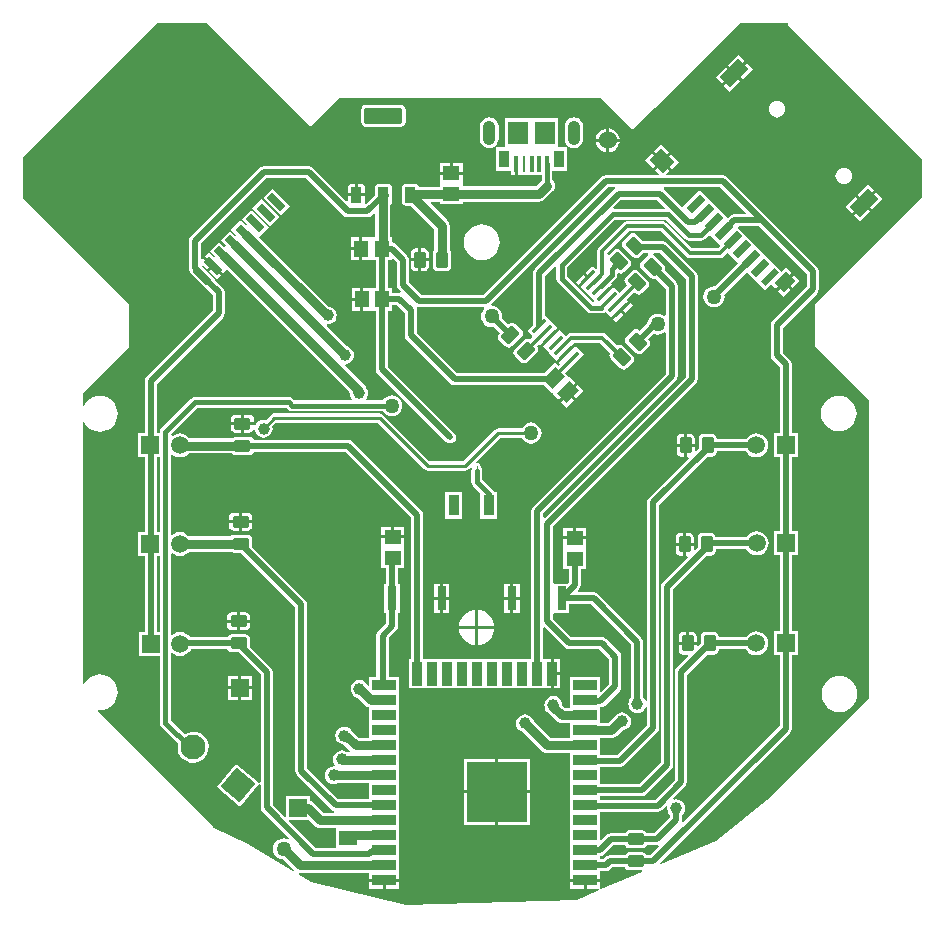
<source format=gbr>
%TF.GenerationSoftware,Altium Limited,Altium Designer,20.0.13 (296)*%
G04 Layer_Physical_Order=1*
G04 Layer_Color=255*
%FSLAX45Y45*%
%MOMM*%
%TF.FileFunction,Copper,L1,Top,Signal*%
%TF.Part,Single*%
G01*
G75*
%TA.AperFunction,SMDPad,CuDef*%
%ADD10R,2.00000X0.90000*%
%ADD11R,0.90000X2.00000*%
%ADD12R,5.08000X5.08000*%
%ADD13R,0.90000X1.45000*%
%ADD14R,1.75000X1.90000*%
%ADD15R,0.40000X1.40000*%
%ADD16R,0.20000X1.40000*%
%ADD17R,0.30000X1.40000*%
G04:AMPARAMS|DCode=18|XSize=0.93mm|YSize=1.31mm|CornerRadius=0.06975mm|HoleSize=0mm|Usage=FLASHONLY|Rotation=0.000|XOffset=0mm|YOffset=0mm|HoleType=Round|Shape=RoundedRectangle|*
%AMROUNDEDRECTD18*
21,1,0.93000,1.17050,0,0,0.0*
21,1,0.79050,1.31000,0,0,0.0*
1,1,0.13950,0.39525,-0.58525*
1,1,0.13950,-0.39525,-0.58525*
1,1,0.13950,-0.39525,0.58525*
1,1,0.13950,0.39525,0.58525*
%
%ADD18ROUNDEDRECTD18*%
G04:AMPARAMS|DCode=19|XSize=3.24mm|YSize=1.31mm|CornerRadius=0.09825mm|HoleSize=0mm|Usage=FLASHONLY|Rotation=0.000|XOffset=0mm|YOffset=0mm|HoleType=Round|Shape=RoundedRectangle|*
%AMROUNDEDRECTD19*
21,1,3.24000,1.11350,0,0,0.0*
21,1,3.04350,1.31000,0,0,0.0*
1,1,0.19650,1.52175,-0.55675*
1,1,0.19650,-1.52175,-0.55675*
1,1,0.19650,-1.52175,0.55675*
1,1,0.19650,1.52175,0.55675*
%
%ADD19ROUNDEDRECTD19*%
G04:AMPARAMS|DCode=20|XSize=0.86mm|YSize=0.12mm|CornerRadius=0.03mm|HoleSize=0mm|Usage=FLASHONLY|Rotation=90.000|XOffset=0mm|YOffset=0mm|HoleType=Round|Shape=RoundedRectangle|*
%AMROUNDEDRECTD20*
21,1,0.86000,0.06000,0,0,90.0*
21,1,0.80000,0.12000,0,0,90.0*
1,1,0.06000,0.03000,0.40000*
1,1,0.06000,0.03000,-0.40000*
1,1,0.06000,-0.03000,-0.40000*
1,1,0.06000,-0.03000,0.40000*
%
%ADD20ROUNDEDRECTD20*%
G04:AMPARAMS|DCode=21|XSize=1.4732mm|YSize=0.3556mm|CornerRadius=0mm|HoleSize=0mm|Usage=FLASHONLY|Rotation=225.000|XOffset=0mm|YOffset=0mm|HoleType=Round|Shape=Rectangle|*
%AMROTATEDRECTD21*
4,1,4,0.39513,0.64658,0.64658,0.39513,-0.39513,-0.64658,-0.64658,-0.39513,0.39513,0.64658,0.0*
%
%ADD21ROTATEDRECTD21*%

G04:AMPARAMS|DCode=22|XSize=0.7mm|YSize=1.6mm|CornerRadius=0mm|HoleSize=0mm|Usage=FLASHONLY|Rotation=135.000|XOffset=0mm|YOffset=0mm|HoleType=Round|Shape=Rectangle|*
%AMROTATEDRECTD22*
4,1,4,0.81318,0.31820,-0.31820,-0.81318,-0.81318,-0.31820,0.31820,0.81318,0.81318,0.31820,0.0*
%
%ADD22ROTATEDRECTD22*%

G04:AMPARAMS|DCode=23|XSize=0.5mm|YSize=1.6mm|CornerRadius=0mm|HoleSize=0mm|Usage=FLASHONLY|Rotation=135.000|XOffset=0mm|YOffset=0mm|HoleType=Round|Shape=Rectangle|*
%AMROTATEDRECTD23*
4,1,4,0.74246,0.38891,-0.38891,-0.74246,-0.74246,-0.38891,0.38891,0.74246,0.74246,0.38891,0.0*
%
%ADD23ROTATEDRECTD23*%

G04:AMPARAMS|DCode=24|XSize=1.1mm|YSize=1.4mm|CornerRadius=0mm|HoleSize=0mm|Usage=FLASHONLY|Rotation=135.000|XOffset=0mm|YOffset=0mm|HoleType=Round|Shape=Rectangle|*
%AMROTATEDRECTD24*
4,1,4,0.88388,0.10607,-0.10607,-0.88388,-0.88388,-0.10607,0.10607,0.88388,0.88388,0.10607,0.0*
%
%ADD24ROTATEDRECTD24*%

G04:AMPARAMS|DCode=25|XSize=1.2mm|YSize=2.2mm|CornerRadius=0mm|HoleSize=0mm|Usage=FLASHONLY|Rotation=135.000|XOffset=0mm|YOffset=0mm|HoleType=Round|Shape=Rectangle|*
%AMROTATEDRECTD25*
4,1,4,1.20208,0.35355,-0.35355,-1.20208,-1.20208,-0.35355,0.35355,1.20208,1.20208,0.35355,0.0*
%
%ADD25ROTATEDRECTD25*%

G04:AMPARAMS|DCode=26|XSize=1.6mm|YSize=1.4mm|CornerRadius=0mm|HoleSize=0mm|Usage=FLASHONLY|Rotation=135.000|XOffset=0mm|YOffset=0mm|HoleType=Round|Shape=Rectangle|*
%AMROTATEDRECTD26*
4,1,4,1.06066,-0.07071,0.07071,-1.06066,-1.06066,0.07071,-0.07071,1.06066,1.06066,-0.07071,0.0*
%
%ADD26ROTATEDRECTD26*%

G04:AMPARAMS|DCode=27|XSize=1mm|YSize=1.42mm|CornerRadius=0.125mm|HoleSize=0mm|Usage=FLASHONLY|Rotation=45.000|XOffset=0mm|YOffset=0mm|HoleType=Round|Shape=RoundedRectangle|*
%AMROUNDEDRECTD27*
21,1,1.00000,1.17000,0,0,45.0*
21,1,0.75000,1.42000,0,0,45.0*
1,1,0.25000,0.67883,-0.14849*
1,1,0.25000,0.14849,-0.67883*
1,1,0.25000,-0.67883,0.14849*
1,1,0.25000,-0.14849,0.67883*
%
%ADD27ROUNDEDRECTD27*%
G04:AMPARAMS|DCode=28|XSize=1mm|YSize=1.42mm|CornerRadius=0.125mm|HoleSize=0mm|Usage=FLASHONLY|Rotation=135.000|XOffset=0mm|YOffset=0mm|HoleType=Round|Shape=RoundedRectangle|*
%AMROUNDEDRECTD28*
21,1,1.00000,1.17000,0,0,135.0*
21,1,0.75000,1.42000,0,0,135.0*
1,1,0.25000,0.14849,0.67883*
1,1,0.25000,0.67883,0.14849*
1,1,0.25000,-0.14849,-0.67883*
1,1,0.25000,-0.67883,-0.14849*
%
%ADD28ROUNDEDRECTD28*%
G04:AMPARAMS|DCode=29|XSize=1.16mm|YSize=1.47mm|CornerRadius=0mm|HoleSize=0mm|Usage=FLASHONLY|Rotation=135.000|XOffset=0mm|YOffset=0mm|HoleType=Round|Shape=Rectangle|*
%AMROTATEDRECTD29*
4,1,4,0.92985,0.10960,-0.10960,-0.92985,-0.92985,-0.10960,0.10960,0.92985,0.92985,0.10960,0.0*
%
%ADD29ROTATEDRECTD29*%

G04:AMPARAMS|DCode=30|XSize=1mm|YSize=1.42mm|CornerRadius=0.125mm|HoleSize=0mm|Usage=FLASHONLY|Rotation=90.000|XOffset=0mm|YOffset=0mm|HoleType=Round|Shape=RoundedRectangle|*
%AMROUNDEDRECTD30*
21,1,1.00000,1.17000,0,0,90.0*
21,1,0.75000,1.42000,0,0,90.0*
1,1,0.25000,0.58500,0.37500*
1,1,0.25000,0.58500,-0.37500*
1,1,0.25000,-0.58500,-0.37500*
1,1,0.25000,-0.58500,0.37500*
%
%ADD30ROUNDEDRECTD30*%
G04:AMPARAMS|DCode=31|XSize=1mm|YSize=1.42mm|CornerRadius=0.125mm|HoleSize=0mm|Usage=FLASHONLY|Rotation=0.000|XOffset=0mm|YOffset=0mm|HoleType=Round|Shape=RoundedRectangle|*
%AMROUNDEDRECTD31*
21,1,1.00000,1.17000,0,0,0.0*
21,1,0.75000,1.42000,0,0,0.0*
1,1,0.25000,0.37500,-0.58500*
1,1,0.25000,-0.37500,-0.58500*
1,1,0.25000,-0.37500,0.58500*
1,1,0.25000,0.37500,0.58500*
%
%ADD31ROUNDEDRECTD31*%
%ADD32R,1.47000X1.16000*%
%ADD33R,1.16000X1.47000*%
%ADD34R,0.80000X2.00000*%
%TA.AperFunction,Conductor*%
%ADD35C,0.50000*%
%ADD36C,0.80000*%
%ADD37C,0.25400*%
%ADD38C,0.40000*%
%ADD39C,0.31000*%
%ADD40C,0.32000*%
%ADD41C,0.35000*%
%ADD42C,0.30000*%
%TA.AperFunction,ViaPad*%
%ADD43C,1.52400*%
%TA.AperFunction,ComponentPad*%
G04:AMPARAMS|DCode=44|XSize=1.6mm|YSize=0.6mm|CornerRadius=0mm|HoleSize=0mm|Usage=FLASHONLY|Rotation=135.000|XOffset=0mm|YOffset=0mm|HoleType=Round|Shape=Rectangle|*
%AMROTATEDRECTD44*
4,1,4,0.77782,-0.35356,0.35356,-0.77782,-0.77782,0.35356,-0.35356,0.77782,0.77782,-0.35356,0.0*
%
%ADD44ROTATEDRECTD44*%

%ADD45R,1.50800X1.50800*%
%ADD46C,1.50800*%
%ADD47R,1.50000X1.50000*%
%ADD48O,1.05000X2.10000*%
%TA.AperFunction,SMDPad,CuDef*%
%ADD49R,0.97000X1.73000*%
%TA.AperFunction,ComponentPad*%
%ADD50R,1.50000X1.50000*%
%ADD51R,1.50000X1.25000*%
%ADD52C,2.10000*%
%ADD53P,2.96985X4X185.0*%
%TA.AperFunction,ViaPad*%
%ADD54C,1.00000*%
%ADD55C,1.27000*%
%ADD56C,0.50000*%
G36*
X12061305Y11081623D02*
X12056445Y11069889D01*
X11627883D01*
X11622622Y11082589D01*
X11687505Y11147473D01*
X11995455D01*
X12061305Y11081623D01*
D02*
G37*
G36*
X12743811Y11035921D02*
X12738951Y11024187D01*
X12646082D01*
X12626417Y11020276D01*
X12609746Y11009136D01*
X12593123Y10992513D01*
X12508969Y11076667D01*
X12438823Y11146813D01*
X12438823Y11146813D01*
X12353405Y11232232D01*
X12204723Y11083549D01*
X12053076Y11235196D01*
X12047514Y11238913D01*
X12051367Y11251613D01*
X12528119D01*
X12743811Y11035921D01*
D02*
G37*
G36*
X12227477Y10813069D02*
X12227478Y10813068D01*
X12242495Y10803034D01*
X12260209Y10799511D01*
X12363518D01*
X12363520Y10799510D01*
X12381234Y10803034D01*
X12396251Y10813068D01*
X12427341Y10844158D01*
X12444332Y10843188D01*
X12523110Y10764410D01*
X12522029Y10752158D01*
X12504973Y10735101D01*
X12285473D01*
X12069087Y10951487D01*
X12055559Y10960527D01*
X12039600Y10963701D01*
X11734800D01*
X11718841Y10960527D01*
X11705313Y10951487D01*
X11499573Y10745747D01*
X11490533Y10732219D01*
X11487359Y10716260D01*
Y10565739D01*
X11475626Y10560879D01*
X11446323Y10590181D01*
X11385258Y10529116D01*
X11415791Y10498582D01*
X11406811Y10489602D01*
X11415791Y10480621D01*
X11345745Y10410575D01*
X11352929Y10403392D01*
X11352928Y10403391D01*
X11413994Y10342325D01*
X11413995Y10342326D01*
X11444527Y10311793D01*
X11444527Y10311793D01*
X11458454Y10297866D01*
X11453933Y10284427D01*
X11448044Y10283619D01*
X11232449Y10499214D01*
Y10575166D01*
X11634594Y10977311D01*
X12063235D01*
X12227477Y10813069D01*
D02*
G37*
G36*
X9788573Y10616235D02*
Y10427440D01*
X9792484Y10407775D01*
X9803624Y10391104D01*
X9823276Y10371452D01*
X9817019Y10359748D01*
X9809480Y10361247D01*
X9749740D01*
Y10403680D01*
X9717727D01*
Y10635140D01*
X9743760D01*
Y10644454D01*
X9755493Y10649314D01*
X9788573Y10616235D01*
D02*
G37*
G36*
X9907953Y8459775D02*
Y7260940D01*
X9890505D01*
Y7010140D01*
X11091206D01*
Y7135539D01*
Y7260940D01*
X11028293D01*
Y7520961D01*
X11040026Y7525822D01*
X11208244Y7357604D01*
X11224915Y7346464D01*
X11244580Y7342553D01*
X11502695D01*
X11586893Y7258355D01*
Y7049465D01*
X11519539Y6982111D01*
X11507806Y6986972D01*
Y7105940D01*
X11257005D01*
Y6965140D01*
Y6847504D01*
X11213743D01*
X11187863Y6873385D01*
X11185959Y6887843D01*
X11178362Y6906185D01*
X11166276Y6921936D01*
X11150525Y6934022D01*
X11132183Y6941619D01*
X11112500Y6944211D01*
X11092817Y6941619D01*
X11074475Y6934022D01*
X11058724Y6921936D01*
X11046638Y6906185D01*
X11039041Y6887843D01*
X11036449Y6868160D01*
X11039041Y6848477D01*
X11046638Y6830135D01*
X11058724Y6814384D01*
X11065678Y6809048D01*
X11065856Y6808816D01*
X11139776Y6734896D01*
X11153438Y6724413D01*
X11169347Y6717823D01*
X11186420Y6715576D01*
X11257005D01*
Y6593504D01*
X11086743D01*
X10947097Y6733151D01*
X10939602Y6751245D01*
X10927516Y6766996D01*
X10911765Y6779082D01*
X10893423Y6786679D01*
X10873740Y6789271D01*
X10854057Y6786679D01*
X10835715Y6779082D01*
X10819964Y6766996D01*
X10807878Y6751245D01*
X10800281Y6732903D01*
X10797689Y6713220D01*
X10800281Y6693537D01*
X10807878Y6675195D01*
X10819964Y6659444D01*
X10835715Y6647358D01*
X10853809Y6639863D01*
X11012776Y6480896D01*
X11026438Y6470413D01*
X11042347Y6463823D01*
X11059420Y6461576D01*
X11257005D01*
Y6330140D01*
Y6203140D01*
Y6076140D01*
Y5949140D01*
Y5822140D01*
Y5695140D01*
Y5568140D01*
Y5441140D01*
Y5397240D01*
X11382405D01*
X11507806D01*
Y5460153D01*
X11556740D01*
X11576405Y5464064D01*
X11593076Y5475204D01*
X11611785Y5493913D01*
X11716620D01*
X11716799Y5493012D01*
X11725176Y5480476D01*
X11737712Y5472099D01*
X11752500Y5469158D01*
X11863668D01*
X11866240Y5456458D01*
X11518623Y5309595D01*
X11507806Y5318812D01*
Y5371840D01*
X11395105D01*
Y5314140D01*
X11496747D01*
X11499320Y5301440D01*
X11311154Y5221943D01*
X9868086Y5176777D01*
X9057640Y5372100D01*
X8951950Y5435010D01*
X8956200Y5447261D01*
X8969000Y5445576D01*
X9557005D01*
Y5397240D01*
X9682404D01*
X9807805D01*
Y5441140D01*
Y5568140D01*
Y5695140D01*
Y5822140D01*
Y5949140D01*
Y6076140D01*
Y6203140D01*
Y6330140D01*
Y6457140D01*
Y6584140D01*
Y6711140D01*
Y6838140D01*
Y6965140D01*
Y7105940D01*
X9718627D01*
Y7436155D01*
X9783136Y7500664D01*
X9794276Y7517335D01*
X9798187Y7537000D01*
Y7647000D01*
X9812200D01*
Y7897800D01*
X9798187D01*
Y8032800D01*
X9852500D01*
Y8196100D01*
X9852500Y8199600D01*
Y8208800D01*
X9852500Y8212300D01*
Y8279500D01*
X9753600D01*
X9654700D01*
Y8212300D01*
X9654700Y8208800D01*
Y8199600D01*
X9654700Y8196100D01*
Y8032800D01*
X9695413D01*
Y7897800D01*
X9681400D01*
Y7647000D01*
X9695413D01*
Y7558285D01*
X9630904Y7493776D01*
X9619764Y7477105D01*
X9615853Y7457440D01*
Y7105940D01*
X9557005D01*
Y7033331D01*
X9545272Y7028471D01*
X9543925Y7029818D01*
X9538322Y7043345D01*
X9526236Y7059096D01*
X9510485Y7071182D01*
X9492144Y7078779D01*
X9472460Y7081371D01*
X9452777Y7078779D01*
X9434435Y7071182D01*
X9418684Y7059096D01*
X9406598Y7043345D01*
X9399001Y7025003D01*
X9396409Y7005320D01*
X9399001Y6985637D01*
X9406598Y6967295D01*
X9418684Y6951544D01*
X9434435Y6939458D01*
X9452777Y6931861D01*
X9455691Y6931477D01*
X9520272Y6866896D01*
X9533933Y6856413D01*
X9549842Y6849823D01*
X9557005Y6848880D01*
Y6711140D01*
Y6593504D01*
X9466241D01*
X9402922Y6656824D01*
X9402646Y6657035D01*
X9397336Y6663956D01*
X9381585Y6676042D01*
X9363243Y6683639D01*
X9343560Y6686231D01*
X9323876Y6683639D01*
X9305535Y6676042D01*
X9289784Y6663956D01*
X9277698Y6648205D01*
X9270101Y6629864D01*
X9267509Y6610180D01*
X9270101Y6590497D01*
X9277698Y6572155D01*
X9289784Y6556404D01*
X9305535Y6544318D01*
X9323876Y6536721D01*
X9338356Y6534814D01*
X9390066Y6483104D01*
X9387983Y6474633D01*
X9385085Y6470404D01*
X9367550D01*
X9362602Y6474202D01*
X9344260Y6481799D01*
X9324576Y6484391D01*
X9304893Y6481799D01*
X9286551Y6474202D01*
X9270800Y6462116D01*
X9258715Y6446365D01*
X9251117Y6428023D01*
X9248526Y6408340D01*
X9251117Y6388657D01*
X9258715Y6370315D01*
X9266058Y6360744D01*
X9259185Y6348839D01*
X9253480Y6349591D01*
X9233797Y6346999D01*
X9215455Y6339402D01*
X9199704Y6327316D01*
X9187618Y6311565D01*
X9180021Y6293223D01*
X9177429Y6273540D01*
X9180021Y6253856D01*
X9187618Y6235515D01*
X9199704Y6219764D01*
X9215455Y6207678D01*
X9233797Y6200081D01*
X9253480Y6197489D01*
X9273164Y6200081D01*
X9291258Y6207576D01*
X9557005D01*
Y6070927D01*
X9292545D01*
X9030287Y6333185D01*
Y7722080D01*
X9026376Y7741745D01*
X9015236Y7758416D01*
X8562963Y8210690D01*
Y8272660D01*
X8560021Y8287448D01*
X8551645Y8299984D01*
X8539108Y8308361D01*
X8524320Y8311302D01*
X8407320D01*
X8392532Y8308361D01*
X8379996Y8299984D01*
X8379749Y8299614D01*
X8025480D01*
X8022091Y8304031D01*
X8001035Y8320188D01*
X7976514Y8330345D01*
X7950200Y8333810D01*
X7923886Y8330345D01*
X7899365Y8320188D01*
X7887269Y8310907D01*
X7874569Y8317170D01*
Y8983184D01*
X7887269Y8989447D01*
X7899905Y8979752D01*
X7924426Y8969595D01*
X7950740Y8966130D01*
X7977054Y8969595D01*
X8001575Y8979752D01*
X8022631Y8995909D01*
X8025414Y8999536D01*
X8394460D01*
X8395236Y8998376D01*
X8407772Y8989999D01*
X8422560Y8987058D01*
X8539560D01*
X8554348Y8989999D01*
X8566884Y8998376D01*
X8575261Y9010912D01*
X8575440Y9011813D01*
X9355915D01*
X9907953Y8459775D01*
D02*
G37*
G36*
X9336264Y11012664D02*
X9352935Y11001524D01*
X9372600Y10997613D01*
X9539460D01*
X9559125Y11001524D01*
X9575796Y11012664D01*
X9590663Y11027530D01*
X9602396Y11022670D01*
Y10832940D01*
X9580460D01*
X9576960Y10832940D01*
X9567760D01*
X9564260Y10832940D01*
X9497060D01*
Y10734040D01*
Y10635140D01*
X9564260D01*
X9567760Y10635140D01*
X9576960D01*
X9580460Y10635140D01*
X9614953D01*
Y10403680D01*
X9586440D01*
X9582940Y10403680D01*
X9573740D01*
X9570240Y10403680D01*
X9503040D01*
Y10304780D01*
Y10205880D01*
X9570240D01*
X9573740Y10205880D01*
X9582940D01*
X9586440Y10205880D01*
X9612413D01*
Y9711320D01*
X9616324Y9691655D01*
X9627464Y9674984D01*
X10202404Y9100044D01*
X10219075Y9088904D01*
X10238740Y9084993D01*
X10258405Y9088904D01*
X10275076Y9100044D01*
X10286216Y9116715D01*
X10290127Y9136380D01*
X10286216Y9156045D01*
X10275076Y9172716D01*
X9715187Y9732605D01*
Y10205880D01*
X9749740D01*
Y10258473D01*
X9788195D01*
X9857153Y10189515D01*
Y9999980D01*
X9861064Y9980315D01*
X9872204Y9963644D01*
X10242578Y9593269D01*
X10259249Y9582130D01*
X10278914Y9578218D01*
X11038796D01*
X11102879Y9514135D01*
X11108607Y9508407D01*
X11114335Y9502679D01*
X11161853Y9455161D01*
X11231786Y9525094D01*
X11301719Y9595027D01*
X11254201Y9642545D01*
X11248473Y9648273D01*
X11212695Y9684050D01*
X11229390Y9700746D01*
X11230797Y9699339D01*
X11370889Y9839431D01*
X11324191Y9886128D01*
X11324192Y9886129D01*
X11302640Y9907681D01*
X11232595Y9837636D01*
X11162548Y9767589D01*
X11169732Y9760406D01*
X11169731Y9760405D01*
X11171137Y9758999D01*
X11154442Y9742304D01*
X11127275Y9769471D01*
X11038797Y9680993D01*
X10300200D01*
X9959927Y10021265D01*
Y10210800D01*
X9956451Y10228275D01*
X9961761Y10235118D01*
X9965926Y10238492D01*
X9980400Y10235613D01*
X10523444D01*
X10527669Y10225195D01*
X10528019Y10222913D01*
X10514146Y10204834D01*
X10505188Y10183207D01*
X10502133Y10160000D01*
X10505188Y10136793D01*
X10514146Y10115166D01*
X10528396Y10096596D01*
X10546966Y10082346D01*
X10568593Y10073388D01*
X10591800Y10070333D01*
X10606817Y10072310D01*
X10660299Y10018829D01*
X10653999Y10012529D01*
X10645622Y9999992D01*
X10642681Y9985205D01*
X10645622Y9970417D01*
X10653999Y9957881D01*
X10707032Y9904848D01*
X10719569Y9896471D01*
X10734356Y9893529D01*
X10749144Y9896471D01*
X10761681Y9904848D01*
X10844412Y9987579D01*
X10852789Y10000116D01*
X10855730Y10014903D01*
X10852789Y10029691D01*
X10844412Y10042228D01*
X10791379Y10095261D01*
X10778842Y10103637D01*
X10764055Y10106579D01*
X10749267Y10103637D01*
X10736731Y10095261D01*
X10732971Y10091501D01*
X10679490Y10144982D01*
X10681467Y10160000D01*
X10678412Y10183207D01*
X10669454Y10204834D01*
X10655204Y10223404D01*
X10636634Y10237654D01*
X10615007Y10246612D01*
X10594009Y10249376D01*
X10590386Y10255415D01*
X10588747Y10262075D01*
X11578285Y11251613D01*
X11631593D01*
X11635446Y11238913D01*
X11629884Y11235196D01*
X10956784Y10562096D01*
X10945644Y10545425D01*
X10941733Y10525760D01*
Y10085590D01*
X10893139Y10036997D01*
X10931541Y9998595D01*
X10931825Y9980918D01*
X10917812Y9966905D01*
X10911071Y9971409D01*
X10896284Y9974351D01*
X10881496Y9971409D01*
X10868959Y9963032D01*
X10786228Y9880301D01*
X10777851Y9867764D01*
X10774910Y9852977D01*
X10777851Y9838189D01*
X10786228Y9825652D01*
X10839261Y9772619D01*
X10851798Y9764243D01*
X10866585Y9761301D01*
X10881373Y9764243D01*
X10893909Y9772619D01*
X10976641Y9855351D01*
X10985018Y9867888D01*
X10987959Y9882675D01*
X10985018Y9897463D01*
X10978105Y9907808D01*
X10991521Y9921223D01*
X11003475Y9921031D01*
X11076337Y9993892D01*
X11146382Y10063938D01*
X11124830Y10085490D01*
X11044507Y10165813D01*
Y10504475D01*
X11127171Y10587138D01*
X11139871Y10581877D01*
Y10480041D01*
X11139870Y10480040D01*
X11143394Y10462326D01*
X11153428Y10447308D01*
X11399808Y10200929D01*
X11399808Y10200928D01*
X11414826Y10190894D01*
X11432540Y10187370D01*
X11432541Y10187371D01*
X11520855D01*
X11538570Y10190894D01*
X11553587Y10200928D01*
X11555230Y10201090D01*
X11604376Y10151944D01*
X11674421Y10221990D01*
X11744468Y10292036D01*
X11736599Y10299905D01*
X11799792Y10363098D01*
X11808611Y10354279D01*
X11821147Y10345903D01*
X11835935Y10342961D01*
X11850722Y10345903D01*
X11863259Y10354279D01*
X11916292Y10407312D01*
X11924669Y10419849D01*
X11927610Y10434637D01*
X11924669Y10449424D01*
X11916292Y10461961D01*
X11833561Y10544692D01*
X11821024Y10553069D01*
X11806236Y10556011D01*
X11791449Y10553069D01*
X11778912Y10544692D01*
X11725879Y10491659D01*
X11717502Y10479123D01*
X11714561Y10464335D01*
X11717502Y10449548D01*
X11725879Y10437011D01*
X11740096Y10422794D01*
X11676903Y10359601D01*
X11645685Y10390819D01*
X11624131Y10412373D01*
X11554085Y10342327D01*
X11536125Y10360287D01*
X11606171Y10430333D01*
X11601186Y10435318D01*
X11639120Y10473252D01*
X11639121Y10473253D01*
X11649156Y10488270D01*
X11652679Y10505984D01*
Y10519165D01*
X11665379Y10525953D01*
X11668748Y10523702D01*
X11683535Y10520761D01*
X11698323Y10523702D01*
X11710859Y10532079D01*
X11763892Y10585112D01*
X11772269Y10597649D01*
X11775211Y10612436D01*
X11772269Y10627224D01*
X11763892Y10639761D01*
X11681161Y10722492D01*
X11668624Y10730869D01*
X11653837Y10733810D01*
X11639049Y10730869D01*
X11626512Y10722492D01*
X11583461Y10679441D01*
X11570761Y10684702D01*
Y10698987D01*
X11752073Y10880299D01*
X12022327D01*
X12238713Y10663913D01*
X12252241Y10654873D01*
X12268200Y10651699D01*
X12522246D01*
X12538204Y10654873D01*
X12551733Y10663913D01*
X12587671Y10699851D01*
X12678675Y10608846D01*
X12670571Y10599503D01*
X12484877Y10413809D01*
X12473188Y10415348D01*
X12449981Y10412293D01*
X12428355Y10403335D01*
X12409784Y10389086D01*
X12395535Y10370515D01*
X12386577Y10348889D01*
X12383521Y10325681D01*
X12386577Y10302474D01*
X12395535Y10280848D01*
X12409784Y10262277D01*
X12428355Y10248028D01*
X12449981Y10239070D01*
X12473188Y10236014D01*
X12496396Y10239070D01*
X12518022Y10248028D01*
X12536593Y10262277D01*
X12550842Y10280848D01*
X12559800Y10302474D01*
X12562855Y10325681D01*
X12560440Y10344028D01*
X12751966Y10535554D01*
X12834238Y10453283D01*
X12834238Y10453284D01*
X12904948Y10382573D01*
X12954446Y10432070D01*
X12994679Y10391835D01*
X13062138Y10459294D01*
X13129596Y10526751D01*
X13081725Y10574622D01*
X13046371Y10539267D01*
X12982732Y10602907D01*
X12982730Y10602906D01*
X12905515Y10680122D01*
X12905515Y10680123D01*
X12820096Y10765541D01*
X12742315Y10843322D01*
X12676924Y10908713D01*
X12682185Y10921413D01*
X12856723D01*
X13258212Y10519923D01*
Y10409885D01*
X12968465Y10120136D01*
X12957324Y10103465D01*
X12953413Y10083800D01*
Y9829800D01*
X12957324Y9810135D01*
X12968465Y9793464D01*
X13029613Y9732315D01*
Y9168600D01*
X12980200D01*
Y8967000D01*
X13029613D01*
Y8338860D01*
X12983279D01*
Y8137260D01*
X13029613D01*
Y7492200D01*
X12980200D01*
Y7290600D01*
X13029613D01*
Y6691325D01*
X12214414Y5876127D01*
X12202710Y5882383D01*
X12205287Y5895340D01*
Y5938791D01*
X12207676Y5940624D01*
X12219762Y5956375D01*
X12227359Y5974717D01*
X12229951Y5994400D01*
X12227359Y6014083D01*
X12219762Y6032425D01*
X12207676Y6048176D01*
X12191925Y6060262D01*
X12173583Y6067859D01*
X12153900Y6070451D01*
X12137220Y6068255D01*
X12131503Y6076656D01*
X12130597Y6079593D01*
X12228336Y6177332D01*
X12239476Y6194003D01*
X12243387Y6213668D01*
Y7124215D01*
X12413430Y7294258D01*
X12475400D01*
X12490188Y7297200D01*
X12502725Y7305576D01*
X12511101Y7318112D01*
X12514043Y7332900D01*
Y7340013D01*
X12743376D01*
X12759109Y7319509D01*
X12780165Y7303352D01*
X12804686Y7293195D01*
X12831000Y7289730D01*
X12857314Y7293195D01*
X12881834Y7303352D01*
X12902892Y7319509D01*
X12919048Y7340565D01*
X12929205Y7365086D01*
X12932671Y7391400D01*
X12929205Y7417714D01*
X12919048Y7442235D01*
X12902892Y7463291D01*
X12881834Y7479448D01*
X12857314Y7489605D01*
X12831000Y7493070D01*
X12804686Y7489605D01*
X12780165Y7479448D01*
X12759109Y7463291D01*
X12743376Y7442787D01*
X12514043D01*
Y7449900D01*
X12511101Y7464688D01*
X12502725Y7477225D01*
X12490188Y7485601D01*
X12475400Y7488543D01*
X12400400D01*
X12385612Y7485601D01*
X12373076Y7477225D01*
X12364699Y7464688D01*
X12361758Y7449900D01*
Y7387930D01*
X12338775Y7364948D01*
X12327042Y7369808D01*
Y7378700D01*
X12174757D01*
Y7332900D01*
X12177699Y7318112D01*
X12186075Y7305575D01*
X12198612Y7297199D01*
X12213400Y7294257D01*
X12251491D01*
X12256352Y7282524D01*
X12155664Y7181836D01*
X12144524Y7165165D01*
X12140613Y7145500D01*
Y6234953D01*
X11974307Y6068647D01*
X11507806D01*
Y6095153D01*
X11861540D01*
X11881205Y6099064D01*
X11897876Y6110204D01*
X12111496Y6323824D01*
X12122636Y6340495D01*
X12126547Y6360160D01*
Y7849975D01*
X12409030Y8132458D01*
X12450000D01*
X12464788Y8135399D01*
X12477324Y8143776D01*
X12485701Y8156312D01*
X12488642Y8171100D01*
Y8186673D01*
X12746456D01*
X12762189Y8166169D01*
X12783245Y8150012D01*
X12807767Y8139855D01*
X12834081Y8136390D01*
X12860394Y8139855D01*
X12884915Y8150012D01*
X12905971Y8166169D01*
X12922128Y8187225D01*
X12932285Y8211746D01*
X12935750Y8238060D01*
X12932285Y8264374D01*
X12922128Y8288895D01*
X12905971Y8309951D01*
X12884915Y8326108D01*
X12860394Y8336265D01*
X12834081Y8339730D01*
X12807767Y8336265D01*
X12783245Y8326108D01*
X12762189Y8309951D01*
X12746456Y8289447D01*
X12488374D01*
X12485701Y8302888D01*
X12477324Y8315424D01*
X12464788Y8323801D01*
X12450000Y8326742D01*
X12375000D01*
X12360212Y8323801D01*
X12347676Y8315424D01*
X12339299Y8302888D01*
X12336358Y8288100D01*
Y8205130D01*
X12314342Y8183115D01*
X12301642Y8188376D01*
Y8216900D01*
X12238200D01*
Y8132458D01*
X12245725D01*
X12250985Y8119758D01*
X12038824Y7907596D01*
X12027684Y7890925D01*
X12023773Y7871260D01*
Y6381445D01*
X11840255Y6197927D01*
X11507806D01*
Y6345553D01*
X11680140D01*
X11699805Y6349464D01*
X11716476Y6360604D01*
X11994656Y6638784D01*
X12005796Y6655455D01*
X12009707Y6675120D01*
Y8563235D01*
X12417130Y8970658D01*
X12458100D01*
X12472888Y8973599D01*
X12485424Y8981976D01*
X12493801Y8994512D01*
X12496742Y9009300D01*
Y9016413D01*
X12743376D01*
X12759109Y8995909D01*
X12780165Y8979752D01*
X12804686Y8969595D01*
X12831000Y8966130D01*
X12857314Y8969595D01*
X12881834Y8979752D01*
X12902892Y8995909D01*
X12919048Y9016965D01*
X12929205Y9041486D01*
X12932671Y9067800D01*
X12929205Y9094114D01*
X12919048Y9118635D01*
X12902892Y9139691D01*
X12881834Y9155848D01*
X12857314Y9166005D01*
X12831000Y9169470D01*
X12804686Y9166005D01*
X12780165Y9155848D01*
X12759109Y9139691D01*
X12743376Y9119187D01*
X12496742D01*
Y9126300D01*
X12493801Y9141088D01*
X12485424Y9153624D01*
X12472888Y9162001D01*
X12458100Y9164942D01*
X12383100D01*
X12368312Y9162001D01*
X12355776Y9153624D01*
X12347399Y9141088D01*
X12344458Y9126300D01*
Y9043330D01*
X12322442Y9021315D01*
X12309742Y9026576D01*
Y9055100D01*
X12246300D01*
Y8970658D01*
X12253825D01*
X12259085Y8957958D01*
X11921984Y8620856D01*
X11910844Y8604185D01*
X11906933Y8584520D01*
Y6907595D01*
X11894233Y6905069D01*
X11889562Y6916345D01*
X11877476Y6932096D01*
X11875087Y6933929D01*
Y7404100D01*
X11871176Y7423765D01*
X11860036Y7440436D01*
X11491736Y7808736D01*
X11475065Y7819876D01*
X11455400Y7823787D01*
X11323453D01*
X11318593Y7835521D01*
X11331716Y7848644D01*
X11342856Y7865315D01*
X11346767Y7884980D01*
Y8025180D01*
X11394280D01*
Y8188480D01*
X11394280Y8191980D01*
Y8201180D01*
X11394280Y8204680D01*
Y8271880D01*
X11295380D01*
X11196480D01*
Y8204680D01*
X11196480Y8201180D01*
Y8191980D01*
X11196480Y8188480D01*
Y8025180D01*
X11243993D01*
Y7906994D01*
X11234799Y7897800D01*
X11117400Y7897800D01*
X11113087Y7908714D01*
Y8381035D01*
X12322316Y9590264D01*
X12333456Y9606935D01*
X12337367Y9626600D01*
Y10497820D01*
X12333456Y10517485D01*
X12322316Y10534156D01*
X12075471Y10781001D01*
X12058800Y10792141D01*
X12039135Y10796052D01*
X11872058D01*
X11813389Y10854721D01*
X11800852Y10863098D01*
X11786065Y10866039D01*
X11771277Y10863098D01*
X11758741Y10854721D01*
X11705708Y10801688D01*
X11697331Y10789151D01*
X11694389Y10774364D01*
X11697331Y10759576D01*
X11705708Y10747039D01*
X11788439Y10664308D01*
X11800976Y10655931D01*
X11815763Y10652990D01*
X11830551Y10655931D01*
X11843088Y10664308D01*
X11872058Y10693278D01*
X11912762D01*
X11916614Y10680578D01*
X11911141Y10676921D01*
X11858108Y10623888D01*
X11849731Y10611351D01*
X11846790Y10596563D01*
X11849731Y10581776D01*
X11858108Y10569239D01*
X11940839Y10486508D01*
X11953376Y10478131D01*
X11968164Y10475189D01*
X11981833Y10477909D01*
X12064413Y10395329D01*
Y10170826D01*
X12051713Y10164563D01*
X12042523Y10171614D01*
X12020897Y10180572D01*
X11997690Y10183627D01*
X11974482Y10180572D01*
X11952856Y10171614D01*
X11934286Y10157364D01*
X11920036Y10138794D01*
X11911078Y10117167D01*
X11909104Y10102177D01*
X11843819Y10036892D01*
X11838789Y10041921D01*
X11826252Y10050298D01*
X11811465Y10053239D01*
X11796677Y10050298D01*
X11784141Y10041921D01*
X11731108Y9988888D01*
X11722731Y9976351D01*
X11719789Y9961564D01*
X11722731Y9946776D01*
X11731108Y9934239D01*
X11813839Y9851508D01*
X11826376Y9843131D01*
X11841163Y9840190D01*
X11855951Y9843131D01*
X11868488Y9851508D01*
X11921521Y9904541D01*
X11929897Y9917078D01*
X11932839Y9931865D01*
X11929897Y9946653D01*
X11921521Y9959189D01*
X11916491Y9964219D01*
X11963973Y10011701D01*
X11974482Y10007348D01*
X11997690Y10004293D01*
X12020897Y10007348D01*
X12042523Y10016306D01*
X12051713Y10023357D01*
X12064413Y10017094D01*
Y9673285D01*
X10940569Y8549442D01*
X10929430Y8532771D01*
X10925518Y8513105D01*
Y7260940D01*
X10010727D01*
Y8481060D01*
X10006816Y8500725D01*
X9995676Y8517396D01*
X9413536Y9099536D01*
X9396865Y9110676D01*
X9377200Y9114587D01*
X8575440D01*
X8575261Y9115488D01*
X8566884Y9128024D01*
X8554348Y9136401D01*
X8539560Y9139342D01*
X8422560D01*
X8407772Y9136401D01*
X8400384Y9131464D01*
X8028944D01*
X8022631Y9139691D01*
X8001575Y9155848D01*
X7977054Y9166005D01*
X7950740Y9169470D01*
X7924426Y9166005D01*
X7899905Y9155848D01*
X7891946Y9149741D01*
X7879117Y9155499D01*
X7878124Y9163941D01*
X8098914Y9384731D01*
X8854540D01*
X8868921Y9370349D01*
X8868922Y9370348D01*
X8883939Y9360314D01*
X8901654Y9356791D01*
X9669443D01*
X9682576Y9339676D01*
X9701146Y9325426D01*
X9722773Y9316468D01*
X9745980Y9313413D01*
X9769187Y9316468D01*
X9790814Y9325426D01*
X9809384Y9339676D01*
X9823634Y9358246D01*
X9832592Y9379873D01*
X9835647Y9403080D01*
X9832592Y9426287D01*
X9823634Y9447914D01*
X9809384Y9466484D01*
X9790814Y9480734D01*
X9769187Y9489692D01*
X9745980Y9492747D01*
X9722773Y9489692D01*
X9701146Y9480734D01*
X9682576Y9466484D01*
X9669443Y9449369D01*
X9533828D01*
X9527565Y9462069D01*
X9534982Y9471735D01*
X9542579Y9490077D01*
X9545171Y9509760D01*
X9542579Y9529443D01*
X9534982Y9547785D01*
X9530413Y9553740D01*
X9526247Y9563797D01*
X9515764Y9577459D01*
X9348712Y9744511D01*
X9354238Y9756945D01*
X9369497Y9758954D01*
X9387839Y9766552D01*
X9403590Y9778638D01*
X9415675Y9794388D01*
X9423273Y9812730D01*
X9425864Y9832414D01*
X9423273Y9852097D01*
X9415675Y9870439D01*
X9403590Y9886190D01*
X9387839Y9898275D01*
X9369497Y9905873D01*
X9368116Y9906055D01*
X9194133Y10080038D01*
X9200065Y10092067D01*
X9203845Y10091569D01*
X9223528Y10094161D01*
X9241870Y10101758D01*
X9257621Y10113844D01*
X9269706Y10129595D01*
X9277304Y10147937D01*
X9279895Y10167620D01*
X9277304Y10187303D01*
X9269706Y10205645D01*
X9257621Y10221396D01*
X9241870Y10233482D01*
X9223528Y10241079D01*
X9217243Y10241907D01*
X8632995Y10826155D01*
X8624901Y10835503D01*
X8703248Y10913850D01*
X8554190Y11062908D01*
X8475843Y10984560D01*
X8516553Y10943850D01*
X8511966Y10930477D01*
X8507566Y10929926D01*
X8464387Y10973105D01*
X8386040Y10894758D01*
X8429283Y10851515D01*
X8428243Y10845849D01*
X8416069Y10841819D01*
X8374585Y10883303D01*
X8296237Y10804955D01*
X8338833Y10762360D01*
X8336512Y10752800D01*
X8327378Y10750905D01*
X8284782Y10793500D01*
X8206435Y10715153D01*
X8252388Y10669200D01*
X8252342Y10664268D01*
X8239593Y10659056D01*
X8194966Y10703683D01*
X8164773Y10673491D01*
X8239302Y10598962D01*
X8313831Y10524433D01*
X8344023Y10554625D01*
X8355347Y10551301D01*
X9393514Y9513134D01*
X9393069Y9509760D01*
X9395661Y9490077D01*
X9403258Y9471735D01*
X9410675Y9462069D01*
X9404412Y9449369D01*
X8920827D01*
X8906445Y9463752D01*
X8891428Y9473786D01*
X8873714Y9477310D01*
X8873712Y9477309D01*
X8079740D01*
X8062026Y9473786D01*
X8047008Y9463752D01*
X8047008Y9463751D01*
X7795548Y9212292D01*
X7785514Y9197274D01*
X7781990Y9179560D01*
X7776941Y9168600D01*
X7755207D01*
Y9587535D01*
X8316736Y10149064D01*
X8327876Y10165735D01*
X8331787Y10185400D01*
Y10363917D01*
X8327876Y10383582D01*
X8316736Y10400253D01*
X8253194Y10463796D01*
X8256031Y10466633D01*
X8136401Y10586264D01*
X8136621Y10587373D01*
X8150402Y10591553D01*
X8182167Y10559788D01*
X8212361Y10589982D01*
X8146812Y10655530D01*
X8140321Y10649038D01*
X8128587Y10653899D01*
Y10773715D01*
X8682685Y11327813D01*
X9021115D01*
X9336264Y11012664D01*
D02*
G37*
G36*
X12234593Y10476535D02*
Y9647885D01*
X11040026Y8453318D01*
X11028293Y8458179D01*
Y8491820D01*
X12152136Y9615664D01*
X12163276Y9632335D01*
X12167187Y9652000D01*
Y10414000D01*
X12166927Y10415307D01*
X12167187Y10416614D01*
X12163275Y10436280D01*
X12152136Y10452951D01*
X12055340Y10549746D01*
X12056898Y10552077D01*
X12059839Y10566865D01*
X12056898Y10581652D01*
X12048521Y10594189D01*
X11965789Y10676921D01*
X11960316Y10680578D01*
X11964169Y10693278D01*
X12017850D01*
X12234593Y10476535D01*
D02*
G37*
G36*
X7781991Y8332940D02*
X7755207D01*
Y8967000D01*
X7781991D01*
Y8332940D01*
D02*
G37*
G36*
X8392532Y8161959D02*
X8407320Y8159017D01*
X8469290D01*
X8927513Y7700795D01*
Y6311900D01*
X8931424Y6292235D01*
X8942564Y6275564D01*
X9234924Y5983204D01*
X9251595Y5972064D01*
X9255918Y5971204D01*
X9254668Y5958504D01*
X9166503D01*
X9078884Y6046124D01*
X9065222Y6056607D01*
X9053900Y6061297D01*
Y6099880D01*
X8853100D01*
Y5924733D01*
X8841367Y5919873D01*
X8738187Y6023052D01*
Y7149900D01*
X8734276Y7169565D01*
X8723136Y7186236D01*
X8545183Y7364189D01*
Y7429380D01*
X8542241Y7444168D01*
X8533865Y7456704D01*
X8521328Y7465081D01*
X8506540Y7468022D01*
X8389540D01*
X8374752Y7465081D01*
X8362216Y7456704D01*
X8353840Y7444168D01*
X8353565Y7442787D01*
X8039006D01*
X8027171Y7458211D01*
X8006115Y7474368D01*
X7981594Y7484525D01*
X7955280Y7487990D01*
X7928966Y7484525D01*
X7904445Y7474368D01*
X7887269Y7461189D01*
X7874569Y7466402D01*
Y8147110D01*
X7887269Y8153373D01*
X7899365Y8144092D01*
X7923886Y8133935D01*
X7950200Y8130470D01*
X7976514Y8133935D01*
X8001035Y8144092D01*
X8022091Y8160249D01*
X8027798Y8167686D01*
X8383962D01*
X8392532Y8161959D01*
D02*
G37*
G36*
X7781991Y7487120D02*
X7755207D01*
Y8131340D01*
X7781991D01*
Y7487120D01*
D02*
G37*
G36*
X11772313Y7382815D02*
Y6933929D01*
X11769924Y6932096D01*
X11757838Y6916345D01*
X11750241Y6898003D01*
X11747649Y6878320D01*
X11750241Y6858637D01*
X11757838Y6840295D01*
X11769924Y6824544D01*
X11785675Y6812458D01*
X11804017Y6804861D01*
X11823700Y6802269D01*
X11843383Y6804861D01*
X11861725Y6812458D01*
X11877476Y6824544D01*
X11889562Y6840295D01*
X11894233Y6851571D01*
X11906933Y6849045D01*
Y6696405D01*
X11658855Y6448327D01*
X11507806D01*
Y6588576D01*
X11604982D01*
X11622055Y6590823D01*
X11637964Y6597413D01*
X11651626Y6607896D01*
X11699364Y6655634D01*
X11713843Y6657541D01*
X11732185Y6665138D01*
X11747936Y6677224D01*
X11760022Y6692975D01*
X11767619Y6711317D01*
X11770211Y6731000D01*
X11767619Y6750683D01*
X11760022Y6769025D01*
X11747936Y6784776D01*
X11732185Y6796862D01*
X11713843Y6804459D01*
X11694160Y6807051D01*
X11674477Y6804459D01*
X11656135Y6796862D01*
X11640384Y6784776D01*
X11635074Y6777855D01*
X11634798Y6777644D01*
X11577659Y6720504D01*
X11507806D01*
Y6849793D01*
X11511280D01*
X11530945Y6853704D01*
X11547616Y6864844D01*
X11674616Y6991844D01*
X11685756Y7008515D01*
X11689667Y7028180D01*
Y7279640D01*
X11685756Y7299305D01*
X11674616Y7315976D01*
X11560316Y7430276D01*
X11543645Y7441416D01*
X11523980Y7445327D01*
X11265865D01*
X11113087Y7598105D01*
Y7636086D01*
X11117400Y7647000D01*
X11125788Y7647000D01*
X11248200D01*
Y7721013D01*
X11434115D01*
X11772313Y7382815D01*
D02*
G37*
G36*
X12071644Y6016797D02*
X12080045Y6011080D01*
X12077849Y5994400D01*
X12080441Y5974717D01*
X12088038Y5956375D01*
X12100124Y5940624D01*
X12102513Y5938791D01*
Y5916625D01*
X11969575Y5783687D01*
X11905380D01*
X11905201Y5784588D01*
X11896824Y5797124D01*
X11884288Y5805501D01*
X11869500Y5808442D01*
X11752500D01*
X11737712Y5805501D01*
X11725176Y5797124D01*
X11716799Y5784588D01*
X11716620Y5783687D01*
X11599700D01*
X11580035Y5779776D01*
X11563364Y5768636D01*
X11519539Y5724811D01*
X11507806Y5729672D01*
Y5822140D01*
Y5965873D01*
X11995592D01*
X12015257Y5969784D01*
X12031928Y5980924D01*
X12068707Y6017703D01*
X12071644Y6016797D01*
D02*
G37*
G36*
X9092536Y5845896D02*
X9106198Y5835413D01*
X9122107Y5828823D01*
X9139180Y5826576D01*
X9274080D01*
Y5657167D01*
X9104072D01*
X8873893Y5887347D01*
X8878753Y5899080D01*
X9039352D01*
X9092536Y5845896D01*
D02*
G37*
G36*
X12010073Y5671785D02*
X11934975Y5596687D01*
X11905380D01*
X11905201Y5597588D01*
X11896824Y5610124D01*
X11884288Y5618501D01*
X11869500Y5621442D01*
X11752500D01*
X11737712Y5618501D01*
X11725176Y5610124D01*
X11716799Y5597588D01*
X11716620Y5596687D01*
X11590500D01*
X11570835Y5592776D01*
X11554164Y5581636D01*
X11535455Y5562927D01*
X11507806D01*
Y5587524D01*
X11525605Y5591064D01*
X11542276Y5602204D01*
X11620985Y5680913D01*
X11716620D01*
X11716799Y5680012D01*
X11725176Y5667476D01*
X11737712Y5659099D01*
X11752500Y5656158D01*
X11869500D01*
X11884288Y5659099D01*
X11896824Y5667476D01*
X11905201Y5680012D01*
X11905380Y5680913D01*
X11990860D01*
X12003817Y5683490D01*
X12010073Y5671785D01*
D02*
G37*
G36*
X9052560Y11772900D02*
X9060180D01*
X9298940Y12011660D01*
X11511280D01*
X11785600Y11737340D01*
X11968480Y11920220D01*
Y11922760D01*
X11971020D01*
X12694920Y12646660D01*
X13096240D01*
Y12628880D01*
X14236700Y11488420D01*
Y11160760D01*
X14231619D01*
X13332460Y10261600D01*
Y9906000D01*
X13787120Y9451340D01*
X13782040Y9446260D01*
Y6929120D01*
X12921112Y6068192D01*
X12494042Y5721693D01*
X12024638Y5523378D01*
X12017545Y5533913D01*
X13117336Y6633704D01*
X13128476Y6650375D01*
X13132387Y6670040D01*
Y7290600D01*
X13181799D01*
Y7492200D01*
X13132387D01*
Y8137260D01*
X13184880D01*
Y8338860D01*
X13132387D01*
Y8967000D01*
X13181799D01*
Y9168600D01*
X13132387D01*
Y9753600D01*
X13128476Y9773265D01*
X13117336Y9789936D01*
X13056187Y9851085D01*
Y10062515D01*
X13345937Y10352264D01*
X13357076Y10368935D01*
X13360986Y10388600D01*
Y10541208D01*
X13357076Y10560873D01*
X13345937Y10577545D01*
X12915962Y11007518D01*
X12912749Y11012329D01*
X12585741Y11339336D01*
X12569070Y11350476D01*
X12549404Y11354387D01*
X12076093D01*
X12071233Y11366121D01*
X12097221Y11392108D01*
X12031672Y11457657D01*
X11973194Y11399179D01*
X12006253Y11366121D01*
X12001393Y11354387D01*
X11557000D01*
X11537335Y11350476D01*
X11520664Y11339336D01*
X10519715Y10338387D01*
X10001686D01*
X9891347Y10448725D01*
Y10637520D01*
X9887436Y10657185D01*
X9876296Y10673856D01*
X9779776Y10770376D01*
X9763105Y10781516D01*
X9743760Y10785363D01*
Y10832940D01*
X9734324D01*
Y11105341D01*
X9737726Y11107614D01*
X9744882Y11118323D01*
X9747394Y11130955D01*
Y11248005D01*
X9744882Y11260637D01*
X9737726Y11271346D01*
X9727017Y11278502D01*
X9714385Y11281014D01*
X9635335D01*
X9622703Y11278502D01*
X9611994Y11271346D01*
X9604838Y11260637D01*
X9602326Y11248005D01*
Y11184538D01*
X9525963Y11108176D01*
X9524669Y11108615D01*
X9515882Y11118323D01*
X9518394Y11130955D01*
Y11176780D01*
X9373326D01*
Y11138907D01*
X9360626Y11133647D01*
X9078736Y11415536D01*
X9062065Y11426676D01*
X9042400Y11430587D01*
X8661400D01*
X8641735Y11426676D01*
X8625064Y11415536D01*
X8040864Y10831336D01*
X8029724Y10814665D01*
X8025813Y10795000D01*
Y10567117D01*
X8029724Y10547452D01*
X8033333Y10542051D01*
X8028626Y10537344D01*
X8177684Y10388286D01*
X8180521Y10391123D01*
X8229013Y10342632D01*
Y10206685D01*
X7667484Y9645156D01*
X7656344Y9628485D01*
X7652433Y9608820D01*
Y9168600D01*
X7599940D01*
Y8967000D01*
X7652433D01*
Y8332940D01*
X7599400D01*
Y8131340D01*
X7652433D01*
Y7487120D01*
X7604480D01*
Y7285520D01*
X7781991D01*
Y6720841D01*
X7781990Y6720840D01*
X7785514Y6703126D01*
X7795548Y6688108D01*
X7937835Y6545822D01*
X7933962Y6533536D01*
X7932464Y6499233D01*
X7939895Y6465712D01*
X7955749Y6435257D01*
X7978946Y6409942D01*
X8007904Y6391494D01*
X8040649Y6381169D01*
X8074952Y6379672D01*
X8108473Y6387103D01*
X8138928Y6402957D01*
X8164243Y6426154D01*
X8182691Y6455112D01*
X8193016Y6487857D01*
X8194513Y6522160D01*
X8187082Y6555681D01*
X8171228Y6586136D01*
X8148031Y6611451D01*
X8119073Y6629899D01*
X8086328Y6640223D01*
X8052025Y6641721D01*
X8018504Y6634290D01*
X7993375Y6621208D01*
X7874569Y6740014D01*
Y7306238D01*
X7887269Y7311451D01*
X7904445Y7298272D01*
X7928966Y7288115D01*
X7955280Y7284650D01*
X7981594Y7288115D01*
X8006115Y7298272D01*
X8027171Y7314429D01*
X8043328Y7335485D01*
X8045204Y7340013D01*
X8353756D01*
X8353840Y7339592D01*
X8362216Y7327055D01*
X8374752Y7318679D01*
X8389540Y7315737D01*
X8448290D01*
X8635413Y7128614D01*
Y6217600D01*
X8622713Y6211678D01*
X8430439Y6373015D01*
X8262800Y6173231D01*
X8462584Y6005592D01*
X8622713Y6196426D01*
X8635413Y6191803D01*
Y6001767D01*
X8639324Y5982102D01*
X8650464Y5965431D01*
X8872372Y5743522D01*
X8865178Y5732756D01*
X8852247Y5738112D01*
X8829040Y5741167D01*
X8805833Y5738112D01*
X8784206Y5729154D01*
X8765636Y5714904D01*
X8751386Y5696334D01*
X8742428Y5674707D01*
X8739373Y5651500D01*
X8742428Y5628293D01*
X8751386Y5606666D01*
X8765636Y5588096D01*
X8784206Y5573846D01*
X8805833Y5564888D01*
X8824871Y5562382D01*
X8916156Y5471096D01*
X8908297Y5460994D01*
X8524240Y5689600D01*
X8239760Y5831840D01*
X7256578Y6815022D01*
X7262345Y6827216D01*
X7274560Y6826013D01*
X7304044Y6828916D01*
X7332394Y6837516D01*
X7358522Y6851482D01*
X7381423Y6870277D01*
X7400218Y6893178D01*
X7414184Y6919306D01*
X7422783Y6947656D01*
X7425687Y6977140D01*
X7422783Y7006624D01*
X7414184Y7034974D01*
X7400218Y7061102D01*
X7381423Y7084003D01*
X7358522Y7102798D01*
X7332394Y7116764D01*
X7304044Y7125363D01*
X7274560Y7128267D01*
X7245076Y7125363D01*
X7216726Y7116764D01*
X7190598Y7102798D01*
X7167697Y7084003D01*
X7148902Y7061102D01*
X7139940Y7044335D01*
X7127240Y7047516D01*
Y9264124D01*
X7139940Y9267305D01*
X7148902Y9250538D01*
X7167697Y9227637D01*
X7190598Y9208842D01*
X7216726Y9194876D01*
X7245076Y9186277D01*
X7274560Y9183373D01*
X7304044Y9186277D01*
X7332394Y9194876D01*
X7358522Y9208842D01*
X7381423Y9227637D01*
X7400218Y9250538D01*
X7414184Y9276666D01*
X7422783Y9305016D01*
X7425687Y9334500D01*
X7422783Y9363984D01*
X7414184Y9392334D01*
X7400218Y9418462D01*
X7381423Y9441363D01*
X7358522Y9460158D01*
X7332394Y9474124D01*
X7304044Y9482723D01*
X7274560Y9485627D01*
X7245076Y9482723D01*
X7216726Y9474124D01*
X7190598Y9460158D01*
X7167697Y9441363D01*
X7148902Y9418462D01*
X7139940Y9401695D01*
X7127240Y9404876D01*
Y9512300D01*
X7518400Y9903460D01*
Y10264140D01*
X6619240Y11163300D01*
Y11508740D01*
X7757160Y12646660D01*
X8173720D01*
X8176260Y12649200D01*
X9052560Y11772900D01*
D02*
G37*
%LPC*%
G36*
X11367298Y10511155D02*
X11306231Y10450089D01*
X11327785Y10428536D01*
X11388851Y10489602D01*
X11367298Y10511155D01*
D02*
G37*
G36*
X8524320Y8498303D02*
X8478520D01*
Y8434860D01*
X8562962D01*
Y8459660D01*
X8560020Y8474448D01*
X8551644Y8486985D01*
X8539108Y8495361D01*
X8524320Y8498303D01*
D02*
G37*
G36*
X8453120D02*
X8407320D01*
X8392532Y8495361D01*
X8379995Y8486985D01*
X8371619Y8474448D01*
X8368677Y8459660D01*
Y8434860D01*
X8453120D01*
Y8498303D01*
D02*
G37*
G36*
X8562962Y8409460D02*
X8478520D01*
Y8346018D01*
X8524320D01*
X8539108Y8348959D01*
X8551644Y8357336D01*
X8560020Y8369872D01*
X8562962Y8384660D01*
Y8409460D01*
D02*
G37*
G36*
X8453120D02*
X8368677D01*
Y8384660D01*
X8371619Y8369872D01*
X8379995Y8357336D01*
X8392532Y8348959D01*
X8407320Y8346018D01*
X8453120D01*
Y8409460D01*
D02*
G37*
G36*
X9852500Y8375600D02*
X9766300D01*
Y8304900D01*
X9852500D01*
Y8375600D01*
D02*
G37*
G36*
X9740900D02*
X9654700D01*
Y8304900D01*
X9740900D01*
Y8375600D01*
D02*
G37*
G36*
X11174305Y7260940D02*
X11116606D01*
Y7148239D01*
X11174305D01*
Y7260940D01*
D02*
G37*
G36*
Y7122839D02*
X11116606D01*
Y7010140D01*
X11174305D01*
Y7122839D01*
D02*
G37*
G36*
X10913405Y6416040D02*
X10646706D01*
Y6149340D01*
X10913405D01*
Y6416040D01*
D02*
G37*
G36*
X10621306D02*
X10354605D01*
Y6149340D01*
X10621306D01*
Y6416040D01*
D02*
G37*
G36*
X10913405Y6123940D02*
X10646706D01*
Y5857240D01*
X10913405D01*
Y6123940D01*
D02*
G37*
G36*
X10621306D02*
X10354605D01*
Y5857240D01*
X10621306D01*
Y6123940D01*
D02*
G37*
G36*
X11369705Y5371840D02*
X11257005D01*
Y5314140D01*
X11369705D01*
Y5371840D01*
D02*
G37*
G36*
X9807805D02*
X9695104D01*
Y5314140D01*
X9807805D01*
Y5371840D01*
D02*
G37*
G36*
X9669704D02*
X9557005D01*
Y5314140D01*
X9669704D01*
Y5371840D01*
D02*
G37*
G36*
X8733795Y11242513D02*
X8655448Y11164166D01*
X8804506Y11015108D01*
X8882853Y11093455D01*
X8733795Y11242513D01*
D02*
G37*
G36*
X8643992Y11152710D02*
X8565645Y11074363D01*
X8714703Y10925305D01*
X8793050Y11003653D01*
X8643992Y11152710D01*
D02*
G37*
G36*
X9471660Y10832940D02*
X9400960D01*
Y10746740D01*
X9471660D01*
Y10832940D01*
D02*
G37*
G36*
Y10721340D02*
X9400960D01*
Y10635140D01*
X9471660D01*
Y10721340D01*
D02*
G37*
G36*
X8230321Y10572021D02*
X8200127Y10541827D01*
X8265676Y10476278D01*
X8295870Y10506472D01*
X8230321Y10572021D01*
D02*
G37*
G36*
X13147556Y10508791D02*
X13089079Y10450313D01*
X13136951Y10402442D01*
X13195428Y10460919D01*
X13147556Y10508791D01*
D02*
G37*
G36*
X13071118Y10432353D02*
X13012640Y10373875D01*
X13060512Y10326003D01*
X13118990Y10384481D01*
X13071118Y10432353D01*
D02*
G37*
G36*
X9477640Y10403680D02*
X9406940D01*
Y10317480D01*
X9477640D01*
Y10403680D01*
D02*
G37*
G36*
Y10292080D02*
X9406940D01*
Y10205880D01*
X9477640D01*
Y10292080D01*
D02*
G37*
G36*
X11762428Y10274075D02*
X11701362Y10213010D01*
X11722915Y10191457D01*
X11783981Y10252523D01*
X11762428Y10274075D01*
D02*
G37*
G36*
X11683402Y10195049D02*
X11622336Y10133984D01*
X11643889Y10112431D01*
X11704954Y10173496D01*
X11683402Y10195049D01*
D02*
G37*
G36*
X11164343Y10045977D02*
X11094297Y9975932D01*
X11024251Y9905885D01*
X11031435Y9898701D01*
X11078133Y9852003D01*
X11078132Y9852003D01*
X11139198Y9790937D01*
X11139199Y9790938D01*
X11144588Y9785550D01*
X11214634Y9855596D01*
X11286835Y9927797D01*
X11290833Y9937449D01*
X11511427D01*
X11596211Y9852665D01*
X11590503Y9844122D01*
X11587561Y9829335D01*
X11590503Y9814547D01*
X11598879Y9802011D01*
X11681611Y9719279D01*
X11694148Y9710902D01*
X11708935Y9707961D01*
X11723723Y9710902D01*
X11736259Y9719279D01*
X11789292Y9772312D01*
X11797669Y9784849D01*
X11800611Y9799636D01*
X11797669Y9814424D01*
X11789292Y9826961D01*
X11706561Y9909692D01*
X11694024Y9918069D01*
X11679237Y9921010D01*
X11664449Y9918069D01*
X11655906Y9912361D01*
X11558759Y10009508D01*
X11545065Y10018658D01*
X11528911Y10021871D01*
X11528910Y10021871D01*
X11266856D01*
X11266855Y10021871D01*
X11250701Y10018658D01*
X11237007Y10009508D01*
X11237006Y10009507D01*
X11218909Y9991410D01*
X11185896Y10024424D01*
X11164343Y10045977D01*
D02*
G37*
G36*
X11319679Y9577066D02*
X11258727Y9516113D01*
X11308718Y9466122D01*
X11369671Y9527075D01*
X11319679Y9577066D01*
D02*
G37*
G36*
X11240766Y9498153D02*
X11179814Y9437201D01*
X11229805Y9387209D01*
X11290757Y9448161D01*
X11240766Y9498153D01*
D02*
G37*
G36*
X9641840Y9337787D02*
X8750300D01*
X8735434Y9334829D01*
X8722831Y9326409D01*
X8680057Y9283634D01*
X8661400Y9286091D01*
X8641717Y9283499D01*
X8623375Y9275902D01*
X8607624Y9263816D01*
X8595538Y9248065D01*
X8590902Y9236874D01*
X8587750Y9237500D01*
X8493761D01*
Y9174058D01*
X8539560D01*
X8554348Y9176999D01*
X8566884Y9185376D01*
X8574321Y9196506D01*
X8579878Y9196753D01*
X8587345Y9194878D01*
X8587941Y9190357D01*
X8595538Y9172015D01*
X8607624Y9156264D01*
X8623375Y9144178D01*
X8641717Y9136581D01*
X8661400Y9133989D01*
X8681083Y9136581D01*
X8699425Y9144178D01*
X8715176Y9156264D01*
X8727262Y9172015D01*
X8734859Y9190357D01*
X8737451Y9210040D01*
X8734994Y9228697D01*
X8766391Y9260093D01*
X9625749D01*
X10020771Y8865071D01*
X10033374Y8856651D01*
X10048240Y8853693D01*
X10368280D01*
X10383146Y8856651D01*
X10395749Y8865071D01*
X10414933Y8884256D01*
X10415155Y8884344D01*
X10415782Y8884421D01*
X10428476Y8879838D01*
X10428979Y8874412D01*
X10423234Y8865814D01*
X10419710Y8848100D01*
Y8754181D01*
X10419710Y8754180D01*
X10423234Y8736466D01*
X10433268Y8721448D01*
X10492500Y8662217D01*
Y8447900D01*
X10640300D01*
Y8671700D01*
X10609029D01*
X10599132Y8686512D01*
X10599131Y8686512D01*
X10512289Y8773354D01*
Y8848100D01*
X10508766Y8865814D01*
X10498732Y8880832D01*
X10497956Y8881350D01*
Y8888100D01*
X10495752Y8899181D01*
X10489475Y8908575D01*
X10480081Y8914852D01*
X10469000Y8917056D01*
X10465694D01*
X10461486Y8923530D01*
X10460107Y8929430D01*
X10663771Y9133093D01*
X10844406D01*
X10846886Y9127106D01*
X10861136Y9108536D01*
X10879706Y9094286D01*
X10901333Y9085328D01*
X10924540Y9082273D01*
X10947747Y9085328D01*
X10969374Y9094286D01*
X10987944Y9108536D01*
X11002194Y9127106D01*
X11011152Y9148733D01*
X11014207Y9171940D01*
X11011152Y9195147D01*
X11002194Y9216774D01*
X10987944Y9235344D01*
X10969374Y9249594D01*
X10947747Y9258552D01*
X10924540Y9261607D01*
X10901333Y9258552D01*
X10879706Y9249594D01*
X10861136Y9235344D01*
X10846886Y9216774D01*
X10844406Y9210787D01*
X10647680D01*
X10632814Y9207829D01*
X10620211Y9199409D01*
X10352189Y8931387D01*
X10064331D01*
X9669309Y9326409D01*
X9656706Y9334829D01*
X9641840Y9337787D01*
D02*
G37*
G36*
X8539560Y9326342D02*
X8493761D01*
Y9262900D01*
X8578202D01*
Y9287700D01*
X8575261Y9302488D01*
X8566884Y9315024D01*
X8554348Y9323401D01*
X8539560Y9326342D01*
D02*
G37*
G36*
X8468361D02*
X8422560D01*
X8407772Y9323401D01*
X8395236Y9315024D01*
X8386859Y9302488D01*
X8383918Y9287700D01*
Y9262900D01*
X8468361D01*
Y9326342D01*
D02*
G37*
G36*
Y9237500D02*
X8383918D01*
Y9212700D01*
X8386859Y9197912D01*
X8395236Y9185376D01*
X8407772Y9176999D01*
X8422560Y9174058D01*
X8468361D01*
Y9237500D01*
D02*
G37*
G36*
X12271100Y9164942D02*
X12246300D01*
Y9080500D01*
X12309742D01*
Y9126300D01*
X12306801Y9141088D01*
X12298424Y9153624D01*
X12285888Y9162001D01*
X12271100Y9164942D01*
D02*
G37*
G36*
X12220900D02*
X12196100D01*
X12181312Y9162001D01*
X12168776Y9153624D01*
X12160399Y9141088D01*
X12157458Y9126300D01*
Y9080500D01*
X12220900D01*
Y9164942D01*
D02*
G37*
G36*
Y9055100D02*
X12157458D01*
Y9009300D01*
X12160399Y8994512D01*
X12168776Y8981976D01*
X12181312Y8973599D01*
X12196100Y8970658D01*
X12220900D01*
Y9055100D01*
D02*
G37*
G36*
X10344301Y8671700D02*
X10196501D01*
Y8447900D01*
X10344301D01*
Y8671700D01*
D02*
G37*
G36*
X11394280Y8367980D02*
X11308080D01*
Y8297280D01*
X11394280D01*
Y8367980D01*
D02*
G37*
G36*
X11282680D02*
X11196480D01*
Y8297280D01*
X11282680D01*
Y8367980D01*
D02*
G37*
G36*
X12263000Y8326742D02*
X12238200D01*
Y8242300D01*
X12301642D01*
Y8288100D01*
X12298701Y8302888D01*
X12290324Y8315424D01*
X12277788Y8323801D01*
X12263000Y8326742D01*
D02*
G37*
G36*
X12212800D02*
X12188000D01*
X12173212Y8323801D01*
X12160676Y8315424D01*
X12152299Y8302888D01*
X12149358Y8288100D01*
Y8242300D01*
X12212800D01*
Y8326742D01*
D02*
G37*
G36*
Y8216900D02*
X12149358D01*
Y8171100D01*
X12152299Y8156312D01*
X12160676Y8143776D01*
X12173212Y8135399D01*
X12188000Y8132458D01*
X12212800D01*
Y8216900D01*
D02*
G37*
G36*
X10232200Y7897800D02*
X10179500D01*
Y7785100D01*
X10232200D01*
Y7897800D01*
D02*
G37*
G36*
X10828200D02*
X10775500D01*
Y7785100D01*
X10828200D01*
Y7897800D01*
D02*
G37*
G36*
X10750100D02*
X10697400D01*
Y7785100D01*
X10750100D01*
Y7897800D01*
D02*
G37*
G36*
X10154100D02*
X10101400D01*
Y7785100D01*
X10154100D01*
Y7897800D01*
D02*
G37*
G36*
X10828200Y7759700D02*
X10775500D01*
Y7647000D01*
X10828200D01*
Y7759700D01*
D02*
G37*
G36*
X10750100D02*
X10697400D01*
Y7647000D01*
X10750100D01*
Y7759700D01*
D02*
G37*
G36*
X10232200D02*
X10179500D01*
Y7647000D01*
X10232200D01*
Y7759700D01*
D02*
G37*
G36*
X10154100D02*
X10101400D01*
Y7647000D01*
X10154100D01*
Y7759700D01*
D02*
G37*
G36*
X10477500Y7675897D02*
Y7538720D01*
X10614677D01*
X10613023Y7555504D01*
X10604424Y7583854D01*
X10590458Y7609982D01*
X10571663Y7632883D01*
X10548762Y7651678D01*
X10522634Y7665644D01*
X10494284Y7674243D01*
X10477500Y7675897D01*
D02*
G37*
G36*
X10452100D02*
X10435316Y7674243D01*
X10406966Y7665644D01*
X10380838Y7651678D01*
X10357937Y7632883D01*
X10339142Y7609982D01*
X10325176Y7583854D01*
X10316577Y7555504D01*
X10314923Y7538720D01*
X10452100D01*
Y7675897D01*
D02*
G37*
G36*
X12288400Y7488542D02*
X12263600D01*
Y7404100D01*
X12327042D01*
Y7449900D01*
X12324101Y7464688D01*
X12315724Y7477224D01*
X12303188Y7485600D01*
X12288400Y7488542D01*
D02*
G37*
G36*
X12238200D02*
X12213400D01*
X12198612Y7485600D01*
X12186075Y7477224D01*
X12177699Y7464688D01*
X12174757Y7449900D01*
Y7404100D01*
X12238200D01*
Y7488542D01*
D02*
G37*
G36*
X10614677Y7513320D02*
X10477500D01*
Y7376143D01*
X10494284Y7377797D01*
X10522634Y7386396D01*
X10548762Y7400362D01*
X10571663Y7419157D01*
X10590458Y7442058D01*
X10604424Y7468186D01*
X10613023Y7496536D01*
X10614677Y7513320D01*
D02*
G37*
G36*
X10452100D02*
X10314923D01*
X10316577Y7496536D01*
X10325176Y7468186D01*
X10339142Y7442058D01*
X10357937Y7419157D01*
X10380838Y7400362D01*
X10406966Y7386396D01*
X10435316Y7377797D01*
X10452100Y7376143D01*
Y7513320D01*
D02*
G37*
G36*
X8506540Y7655023D02*
X8460740D01*
Y7591580D01*
X8545182D01*
Y7616380D01*
X8542240Y7631168D01*
X8533864Y7643705D01*
X8521328Y7652081D01*
X8506540Y7655023D01*
D02*
G37*
G36*
X8435340D02*
X8389540D01*
X8374752Y7652081D01*
X8362215Y7643705D01*
X8353839Y7631168D01*
X8350897Y7616380D01*
Y7591580D01*
X8435340D01*
Y7655023D01*
D02*
G37*
G36*
X8545182Y7566180D02*
X8460740D01*
Y7502738D01*
X8506540D01*
X8521328Y7505679D01*
X8533864Y7514056D01*
X8542240Y7526592D01*
X8545182Y7541380D01*
Y7566180D01*
D02*
G37*
G36*
X8435340D02*
X8350897D01*
Y7541380D01*
X8353839Y7526592D01*
X8362215Y7514056D01*
X8374752Y7505679D01*
X8389540Y7502738D01*
X8435340D01*
Y7566180D01*
D02*
G37*
G36*
X12682210Y12374209D02*
X12595448Y12287447D01*
X12646855Y12236040D01*
X12733617Y12322802D01*
X12682210Y12374209D01*
D02*
G37*
G36*
X12751578Y12304841D02*
X12664816Y12218079D01*
X12716222Y12166673D01*
X12802985Y12253435D01*
X12751578Y12304841D01*
D02*
G37*
G36*
X12577487Y12269487D02*
X12490725Y12182724D01*
X12542133Y12131317D01*
X12628895Y12218079D01*
X12577487Y12269487D01*
D02*
G37*
G36*
X12646855Y12200119D02*
X12560093Y12113357D01*
X12611499Y12061951D01*
X12698261Y12148713D01*
X12646855Y12200119D01*
D02*
G37*
G36*
X13007478Y11985032D02*
X12989101Y11982612D01*
X12971976Y11975518D01*
X12957269Y11964234D01*
X12945985Y11949528D01*
X12938892Y11932402D01*
X12936472Y11914024D01*
X12938892Y11895646D01*
X12945985Y11878521D01*
X12957269Y11863814D01*
X12971976Y11852530D01*
X12989101Y11845436D01*
X13007478Y11843017D01*
X13025858Y11845436D01*
X13042982Y11852530D01*
X13057689Y11863814D01*
X13068973Y11878521D01*
X13076067Y11895646D01*
X13078487Y11914024D01*
X13076067Y11932402D01*
X13068973Y11949528D01*
X13057689Y11964234D01*
X13042982Y11975518D01*
X13025858Y11982612D01*
X13007478Y11985032D01*
D02*
G37*
G36*
X9827035Y11950070D02*
X9522685D01*
X9508941Y11947336D01*
X9497289Y11939551D01*
X9489504Y11927899D01*
X9486770Y11914155D01*
Y11802805D01*
X9489504Y11789061D01*
X9497289Y11777409D01*
X9508941Y11769624D01*
X9522685Y11766890D01*
X9827035D01*
X9840779Y11769624D01*
X9852431Y11777409D01*
X9860216Y11789061D01*
X9862950Y11802805D01*
Y11914155D01*
X9860216Y11927899D01*
X9852431Y11939551D01*
X9840779Y11947336D01*
X9827035Y11950070D01*
D02*
G37*
G36*
X11587480Y11751785D02*
Y11663680D01*
X11675585D01*
X11673765Y11677503D01*
X11663528Y11702218D01*
X11647242Y11723442D01*
X11626018Y11739728D01*
X11601303Y11749965D01*
X11587480Y11751785D01*
D02*
G37*
G36*
X11562080D02*
X11548257Y11749965D01*
X11523542Y11739728D01*
X11502318Y11723442D01*
X11486032Y11702218D01*
X11475795Y11677503D01*
X11473975Y11663680D01*
X11562080D01*
Y11751785D01*
D02*
G37*
G36*
X11287760Y11846072D02*
X11267424Y11843395D01*
X11248474Y11835545D01*
X11232201Y11823059D01*
X11219715Y11806786D01*
X11211865Y11787836D01*
X11209188Y11767500D01*
Y11662500D01*
X11211865Y11642164D01*
X11219715Y11623214D01*
X11232201Y11606941D01*
X11248474Y11594455D01*
X11267424Y11586605D01*
X11287760Y11583928D01*
X11308096Y11586605D01*
X11327046Y11594455D01*
X11343319Y11606941D01*
X11355805Y11623214D01*
X11363655Y11642164D01*
X11366332Y11662500D01*
Y11767500D01*
X11363655Y11787836D01*
X11355805Y11806786D01*
X11343319Y11823059D01*
X11327046Y11835545D01*
X11308096Y11843395D01*
X11287760Y11846072D01*
D02*
G37*
G36*
X10572760D02*
X10552424Y11843395D01*
X10533474Y11835545D01*
X10517201Y11823059D01*
X10504715Y11806786D01*
X10496865Y11787836D01*
X10494188Y11767500D01*
Y11662500D01*
X10496865Y11642164D01*
X10504715Y11623214D01*
X10517201Y11606941D01*
X10533474Y11594455D01*
X10552424Y11586605D01*
X10572760Y11583928D01*
X10593096Y11586605D01*
X10612046Y11594455D01*
X10628319Y11606941D01*
X10640805Y11623214D01*
X10648655Y11642164D01*
X10651332Y11662500D01*
Y11767500D01*
X10648655Y11787836D01*
X10640805Y11806786D01*
X10628319Y11823059D01*
X10612046Y11835545D01*
X10593096Y11843395D01*
X10572760Y11846072D01*
D02*
G37*
G36*
X11675585Y11638280D02*
X11587480D01*
Y11550175D01*
X11601303Y11551995D01*
X11626018Y11562232D01*
X11647242Y11578518D01*
X11663528Y11599742D01*
X11673765Y11624457D01*
X11675585Y11638280D01*
D02*
G37*
G36*
X11562080D02*
X11473975D01*
X11475795Y11624457D01*
X11486032Y11599742D01*
X11502318Y11578518D01*
X11523542Y11562232D01*
X11548257Y11551995D01*
X11562080Y11550175D01*
Y11638280D01*
D02*
G37*
G36*
X12024601Y11617604D02*
X11966123Y11559126D01*
X12031672Y11493578D01*
X12090150Y11552055D01*
X12024601Y11617604D01*
D02*
G37*
G36*
X11948163Y11541166D02*
X11889685Y11482688D01*
X11955234Y11417140D01*
X12013712Y11475617D01*
X11948163Y11541166D01*
D02*
G37*
G36*
X12108110Y11534095D02*
X12049633Y11475617D01*
X12115181Y11410069D01*
X12173659Y11468546D01*
X12108110Y11534095D01*
D02*
G37*
G36*
X10347800Y11456620D02*
X10261600D01*
Y11385920D01*
X10347800D01*
Y11456620D01*
D02*
G37*
G36*
X10236200D02*
X10150000D01*
Y11385920D01*
X10236200D01*
Y11456620D01*
D02*
G37*
G36*
X13573164Y11419346D02*
X13554787Y11416926D01*
X13537662Y11409833D01*
X13522955Y11398548D01*
X13511671Y11383842D01*
X13504578Y11366717D01*
X13502158Y11348338D01*
X13504578Y11329961D01*
X13511671Y11312835D01*
X13522955Y11298129D01*
X13537662Y11286844D01*
X13554787Y11279751D01*
X13573164Y11277331D01*
X13591544Y11279751D01*
X13608669Y11286844D01*
X13623375Y11298129D01*
X13634659Y11312835D01*
X13641753Y11329960D01*
X13644173Y11348338D01*
X13641753Y11366716D01*
X13634659Y11383842D01*
X13623375Y11398548D01*
X13608669Y11409833D01*
X13591544Y11416926D01*
X13573164Y11419346D01*
D02*
G37*
G36*
X11155660Y11835400D02*
X10704860D01*
Y11602600D01*
X10704860Y11594600D01*
X10694107Y11589900D01*
X10627860D01*
Y11394100D01*
X10754860D01*
Y11354600D01*
X10787560D01*
Y11450000D01*
X10812960D01*
Y11354600D01*
X11013971D01*
Y11312916D01*
X11013616Y11312644D01*
X10964157Y11263184D01*
X10356780D01*
X10347800Y11272165D01*
X10347800Y11289820D01*
X10347800Y11293320D01*
Y11360520D01*
X10248900D01*
Y11373220D01*
D01*
Y11360520D01*
X10150000D01*
Y11293320D01*
X10150000Y11289820D01*
Y11280620D01*
X10150000Y11277120D01*
Y11259314D01*
X9974145D01*
X9973882Y11260637D01*
X9966726Y11271346D01*
X9956017Y11278502D01*
X9943385Y11281014D01*
X9864335D01*
X9851703Y11278502D01*
X9840994Y11271346D01*
X9833838Y11260637D01*
X9831326Y11248005D01*
Y11130955D01*
X9833838Y11118323D01*
X9840994Y11107614D01*
X9851703Y11100458D01*
X9864335Y11097946D01*
X9906869D01*
X10104196Y10900619D01*
Y10724178D01*
X10096959Y10713348D01*
X10094018Y10698560D01*
Y10581560D01*
X10096959Y10566772D01*
X10105336Y10554236D01*
X10117872Y10545859D01*
X10132660Y10542918D01*
X10207660D01*
X10222448Y10545859D01*
X10234984Y10554236D01*
X10243361Y10566772D01*
X10246302Y10581560D01*
Y10698560D01*
X10243361Y10713348D01*
X10236124Y10724178D01*
Y10927943D01*
X10233877Y10945015D01*
X10227287Y10960925D01*
X10216804Y10974586D01*
X10075738Y11115652D01*
X10080598Y11127386D01*
X10150000D01*
Y11113820D01*
X10347800D01*
Y11131256D01*
X10991480D01*
X11008553Y11133503D01*
X11024462Y11140093D01*
X11038124Y11150576D01*
X11106904Y11219356D01*
X11117387Y11233018D01*
X11123977Y11248927D01*
X11126224Y11266000D01*
X11123977Y11283073D01*
X11117387Y11298982D01*
X11106904Y11312644D01*
X11106550Y11312916D01*
Y11394100D01*
X11232660D01*
Y11589900D01*
X11166413D01*
X11155660Y11594600D01*
X11155660Y11602600D01*
Y11835400D01*
D02*
G37*
G36*
X9485385Y11281014D02*
X9458560D01*
Y11202180D01*
X9518394D01*
Y11248005D01*
X9515882Y11260637D01*
X9508726Y11271346D01*
X9498017Y11278502D01*
X9485385Y11281014D01*
D02*
G37*
G36*
X9433160D02*
X9406335D01*
X9393703Y11278502D01*
X9382994Y11271346D01*
X9375838Y11260637D01*
X9373326Y11248005D01*
Y11202180D01*
X9433160D01*
Y11281014D01*
D02*
G37*
G36*
X13778226Y11278193D02*
X13691464Y11191432D01*
X13742871Y11140025D01*
X13829633Y11226787D01*
X13778226Y11278193D01*
D02*
G37*
G36*
X13847594Y11208826D02*
X13760831Y11122065D01*
X13812238Y11070658D01*
X13898999Y11157420D01*
X13847594Y11208826D01*
D02*
G37*
G36*
X13673505Y11173471D02*
X13586742Y11086709D01*
X13638147Y11035302D01*
X13724910Y11122065D01*
X13673505Y11173471D01*
D02*
G37*
G36*
X13742871Y11104104D02*
X13656108Y11017341D01*
X13707513Y10965935D01*
X13794276Y11052698D01*
X13742871Y11104104D01*
D02*
G37*
G36*
X10020660Y10737202D02*
X9995860D01*
Y10652760D01*
X10059302D01*
Y10698560D01*
X10056361Y10713348D01*
X10047984Y10725884D01*
X10035448Y10734261D01*
X10020660Y10737202D01*
D02*
G37*
G36*
X9970460D02*
X9945660D01*
X9930872Y10734261D01*
X9918336Y10725884D01*
X9909959Y10713348D01*
X9907018Y10698560D01*
Y10652760D01*
X9970460D01*
Y10737202D01*
D02*
G37*
G36*
X10507980Y10938507D02*
X10478496Y10935603D01*
X10450146Y10927004D01*
X10424018Y10913038D01*
X10401117Y10894243D01*
X10382322Y10871342D01*
X10368356Y10845214D01*
X10359757Y10816864D01*
X10356853Y10787380D01*
X10359757Y10757896D01*
X10368356Y10729546D01*
X10382322Y10703418D01*
X10401117Y10680517D01*
X10424018Y10661722D01*
X10450146Y10647756D01*
X10478496Y10639157D01*
X10507980Y10636253D01*
X10537464Y10639157D01*
X10565814Y10647756D01*
X10591942Y10661722D01*
X10614843Y10680517D01*
X10633638Y10703418D01*
X10647604Y10729546D01*
X10656203Y10757896D01*
X10659107Y10787380D01*
X10656203Y10816864D01*
X10647604Y10845214D01*
X10633638Y10871342D01*
X10614843Y10894243D01*
X10591942Y10913038D01*
X10565814Y10927004D01*
X10537464Y10935603D01*
X10507980Y10938507D01*
D02*
G37*
G36*
X10059302Y10627360D02*
X9995860D01*
Y10542918D01*
X10020660D01*
X10035448Y10545859D01*
X10047984Y10554236D01*
X10056361Y10566772D01*
X10059302Y10581560D01*
Y10627360D01*
D02*
G37*
G36*
X9970460D02*
X9907018D01*
Y10581560D01*
X9909959Y10566772D01*
X9918336Y10554236D01*
X9930872Y10545859D01*
X9945660Y10542918D01*
X9970460D01*
Y10627360D01*
D02*
G37*
G36*
X13530580Y9488167D02*
X13501096Y9485263D01*
X13472746Y9476664D01*
X13446619Y9462698D01*
X13423717Y9443903D01*
X13404922Y9421002D01*
X13390956Y9394874D01*
X13382356Y9366524D01*
X13379453Y9337040D01*
X13382356Y9307556D01*
X13390956Y9279206D01*
X13404922Y9253078D01*
X13423717Y9230177D01*
X13446619Y9211382D01*
X13472746Y9197416D01*
X13501096Y9188817D01*
X13530580Y9185913D01*
X13560065Y9188817D01*
X13588414Y9197416D01*
X13614542Y9211382D01*
X13637444Y9230177D01*
X13656238Y9253078D01*
X13670204Y9279206D01*
X13678802Y9307556D01*
X13681706Y9337040D01*
X13678802Y9366524D01*
X13670204Y9394874D01*
X13656238Y9421002D01*
X13637444Y9443903D01*
X13614542Y9462698D01*
X13588414Y9476664D01*
X13560065Y9485263D01*
X13530580Y9488167D01*
D02*
G37*
G36*
X8558600Y7115880D02*
X8470900D01*
Y7028180D01*
X8558600D01*
Y7115880D01*
D02*
G37*
G36*
X8445500D02*
X8357800D01*
Y7028180D01*
X8445500D01*
Y7115880D01*
D02*
G37*
G36*
X8558600Y7002780D02*
X8470900D01*
Y6915080D01*
X8558600D01*
Y7002780D01*
D02*
G37*
G36*
X8445500D02*
X8357800D01*
Y6915080D01*
X8445500D01*
Y7002780D01*
D02*
G37*
G36*
X13535660Y7115807D02*
X13506177Y7112903D01*
X13477826Y7104304D01*
X13451698Y7090338D01*
X13428796Y7071543D01*
X13410002Y7048642D01*
X13396036Y7022514D01*
X13387437Y6994164D01*
X13384534Y6964680D01*
X13384657Y6963410D01*
X13384534Y6962140D01*
X13387437Y6932656D01*
X13396036Y6904306D01*
X13410002Y6878178D01*
X13428796Y6855277D01*
X13451698Y6836482D01*
X13477826Y6822516D01*
X13506177Y6813917D01*
X13535660Y6811013D01*
X13565144Y6813917D01*
X13593494Y6822516D01*
X13619621Y6836482D01*
X13642523Y6855277D01*
X13661317Y6878178D01*
X13675284Y6904306D01*
X13683884Y6932656D01*
X13686787Y6962140D01*
X13686662Y6963410D01*
X13686787Y6964680D01*
X13683884Y6994164D01*
X13675284Y7022514D01*
X13661317Y7048642D01*
X13642523Y7071543D01*
X13619621Y7090338D01*
X13593494Y7104304D01*
X13565144Y7112903D01*
X13535660Y7115807D01*
D02*
G37*
%LPD*%
D10*
X11382405Y7035540D02*
D03*
Y6908540D02*
D03*
Y6654540D02*
D03*
Y6527540D02*
D03*
Y6400540D02*
D03*
Y6146540D02*
D03*
Y6019540D02*
D03*
Y5892540D02*
D03*
Y5765540D02*
D03*
Y5638540D02*
D03*
Y5511540D02*
D03*
Y5384540D02*
D03*
X9682405Y7035540D02*
D03*
Y6908540D02*
D03*
Y6781540D02*
D03*
Y6654540D02*
D03*
Y6527540D02*
D03*
Y6400540D02*
D03*
Y6273540D02*
D03*
Y6146540D02*
D03*
Y6019540D02*
D03*
Y5892540D02*
D03*
Y5765540D02*
D03*
Y5638540D02*
D03*
Y5511540D02*
D03*
Y5384540D02*
D03*
X11382405Y6273540D02*
D03*
Y6781540D02*
D03*
D11*
X10468905Y7135540D02*
D03*
X10341905D02*
D03*
X10214905D02*
D03*
X10087905D02*
D03*
X9960905D02*
D03*
X10595905D02*
D03*
X10722905D02*
D03*
X10849905D02*
D03*
X10976905D02*
D03*
X11103905D02*
D03*
D12*
X10634005Y6136640D02*
D03*
D13*
X10698260Y11492000D02*
D03*
X11162260D02*
D03*
D14*
X10817760Y11715000D02*
D03*
X11042760D02*
D03*
D15*
X10800260Y11450000D02*
D03*
X10930260D02*
D03*
X11060260D02*
D03*
D16*
X10865260D02*
D03*
D17*
X10995260D02*
D03*
D18*
X9445860Y11189480D02*
D03*
X9674860D02*
D03*
X9903860D02*
D03*
D19*
X9674860Y11858480D02*
D03*
D20*
X10466000Y8848100D02*
D03*
D21*
X11132014Y9938214D02*
D03*
X11270310Y9799918D02*
D03*
X11223613Y9846616D02*
D03*
X11178711Y9891516D02*
D03*
X11085317Y9984911D02*
D03*
X11040415Y10029813D02*
D03*
X10993718Y10076510D02*
D03*
X11406810Y10489602D02*
D03*
X11453507Y10442904D02*
D03*
X11498409Y10398004D02*
D03*
X11545106Y10351306D02*
D03*
X11591803Y10304609D02*
D03*
X11636705Y10259707D02*
D03*
X11683402Y10213010D02*
D03*
D22*
X12321585Y11114994D02*
D03*
X12399367Y11037211D02*
D03*
X12477149Y10959429D02*
D03*
X12554930Y10881648D02*
D03*
X12632712Y10803867D02*
D03*
X12710495Y10726084D02*
D03*
X12788276Y10648303D02*
D03*
X12866057Y10570521D02*
D03*
D23*
X12943840Y10492740D02*
D03*
D24*
X13071120Y10450313D02*
D03*
D25*
X13742870Y11122064D02*
D03*
X12646855Y12218080D02*
D03*
D26*
X12031672Y11475617D02*
D03*
D27*
X11826314Y9946714D02*
D03*
X11694086Y9814486D02*
D03*
X11953314Y10581714D02*
D03*
X11821086Y10449486D02*
D03*
X11800914Y10759514D02*
D03*
X11668686Y10627286D02*
D03*
D28*
X10749206Y10000054D02*
D03*
X10881434Y9867826D02*
D03*
D29*
X11116315Y9640565D02*
D03*
X11240765Y9516115D02*
D03*
D30*
X8465820Y8235160D02*
D03*
X8465820Y8422160D02*
D03*
X8481060Y9063200D02*
D03*
Y9250200D02*
D03*
X8448040Y7391880D02*
D03*
X8448040Y7578880D02*
D03*
X11811000Y5732300D02*
D03*
Y5545300D02*
D03*
D31*
X12233600Y9067800D02*
D03*
X12420600D02*
D03*
X12250900Y7391400D02*
D03*
X12437900Y7391400D02*
D03*
X12225500Y8229600D02*
D03*
X12412500D02*
D03*
X10170160Y10640060D02*
D03*
X9983160D02*
D03*
D32*
X10248900Y11197220D02*
D03*
Y11373220D02*
D03*
X9753600Y8116200D02*
D03*
Y8292200D02*
D03*
X11295380Y8108580D02*
D03*
Y8284580D02*
D03*
D33*
X9490340Y10304780D02*
D03*
X9666340D02*
D03*
X9484360Y10734040D02*
D03*
X9660360D02*
D03*
D34*
X10166800Y7772400D02*
D03*
X9746800D02*
D03*
X10762800D02*
D03*
X11182800D02*
D03*
D35*
X13081000Y7391400D02*
Y9067800D01*
X9673440Y11182980D02*
X9676690Y11186230D01*
X9668360Y11177900D02*
X9673440Y11182980D01*
X9539460Y11049000D02*
X9668360Y11177900D01*
X9666340Y10304780D02*
Y10734040D01*
X9663800Y9711320D02*
Y10304780D01*
X7703820Y7375810D02*
Y9067800D01*
Y9608820D01*
X9672320Y11216640D02*
X9674860Y11219180D01*
X9372600Y11049000D02*
X9539460D01*
X9666340Y10734040D02*
X9743440D01*
X9839960Y10637520D01*
X9660360Y10734040D02*
X9666340D01*
X9839960Y10427440D02*
Y10637520D01*
X11445980Y6146540D02*
X11861540D01*
X11407880D02*
X11445980D01*
X10976905Y7135540D02*
Y8513105D01*
X8481060Y9063200D02*
X9377200D01*
X9959340Y8481060D01*
X8686800Y6001767D02*
X9082787Y5605780D01*
X8686800Y6001767D02*
Y7149900D01*
X9082787Y5605780D02*
X9552940D01*
X9578340Y5631180D01*
X9675045D01*
X9682405Y5638540D01*
X12554930Y10881648D02*
X12646082Y10972800D01*
X12016740Y11198860D02*
X12252960Y10962640D01*
X12313760D01*
X12388331Y11037211D01*
X12399367D01*
X11823700Y6878320D02*
Y7404100D01*
X11455400Y7772400D02*
X11823700Y7404100D01*
X11382405Y6146540D02*
X11407880D01*
X11384685Y6017260D02*
X11995592D01*
X11382405Y6019540D02*
X11384685Y6017260D01*
X11995592D02*
X12192000Y6213668D01*
X11382405Y5638540D02*
X11505940D01*
X11382405Y5511540D02*
X11556740D01*
X7955280Y7391400D02*
X8466300D01*
X9271260Y6019540D02*
X9682405D01*
X9667240Y7050705D02*
X9682405Y7035540D01*
X9667240Y7457440D02*
X9746800Y7537000D01*
X9667240Y7050705D02*
Y7457440D01*
X9959340Y7137105D02*
X9960905Y7135540D01*
X9959340Y7137105D02*
Y8481060D01*
X11361762Y6901180D02*
X11511280D01*
X11358880D02*
X11361762D01*
X11371463Y6898278D01*
X11350402Y6904578D02*
X11361762Y6901180D01*
X11638280Y7028180D02*
Y7279640D01*
X11511280Y6901180D02*
X11638280Y7028180D01*
X11350040Y6904940D02*
X11350402Y6904578D01*
X11350040Y6396940D02*
X11680140D01*
X11958320Y6675120D01*
X11407880Y6129020D02*
X11445980D01*
X10591800Y10160000D02*
X10754286Y9997514D01*
X8142328Y10501988D02*
X8280400Y10363917D01*
X8077200Y10567117D02*
X8142328Y10501988D01*
X8280400Y10185400D02*
Y10363917D01*
X10993120Y10083800D02*
Y10525760D01*
X9663800Y9711320D02*
X10238740Y9136380D01*
X12192000Y7145500D02*
X12437900Y7391400D01*
X11182800Y7772400D02*
X11295380Y7884980D01*
X12153900Y5895340D02*
Y5994400D01*
X11811000Y5732300D02*
X11990860D01*
X11599700D02*
X11811000D01*
X8465820Y8235160D02*
X8978900Y7722080D01*
X7950200Y8232140D02*
X7965440Y8216900D01*
X8978900Y6311900D02*
Y7722080D01*
X9746800Y7772400D02*
Y8116200D01*
X11826314Y9946715D02*
X11973559Y10093960D01*
X12115800Y9652000D02*
Y10414000D01*
X10976905Y8513105D02*
X12115800Y9652000D01*
X11953314Y10579100D02*
X12115800Y10416614D01*
X12473188Y10329448D02*
X12788276Y10644536D01*
X10993120Y10525760D02*
X11666220Y11198860D01*
X12016740D01*
X11811000Y5545300D02*
X11956260D01*
X11590500D02*
X11811000D01*
X11990860Y5732300D02*
X12153900Y5895340D01*
X11956260Y5545300D02*
X13081000Y6670040D01*
Y7391400D01*
X11861540Y6146540D02*
X12075160Y6360160D01*
X12420960Y8238060D02*
X12834081D01*
X13081000Y9067800D02*
Y9753600D01*
X12192000Y6213668D02*
Y7145500D01*
X8466300Y7370400D02*
X8686800Y7149900D01*
X7703820Y9608820D02*
X8280400Y10185400D01*
X8978900Y6311900D02*
X9271260Y6019540D01*
X10278914Y9629606D02*
X11105355D01*
X12646082Y10972800D02*
X12876411D01*
X9908540Y9999980D02*
X10278914Y9629606D01*
X9671420Y10309860D02*
X9809480D01*
X9908540Y10210800D01*
Y9999980D02*
Y10210800D01*
X9839960Y10427440D02*
X9980400Y10287000D01*
X10541000D01*
X11244580Y7393940D02*
X11523980D01*
X11638280Y7279640D01*
X11958320Y8584520D02*
X12420600Y9046800D01*
X11958320Y6675120D02*
Y8584520D01*
X12075160Y7871260D02*
X12412500Y8208600D01*
X12075160Y6360160D02*
Y7871260D01*
X11061700Y7576820D02*
Y8402320D01*
Y7576820D02*
X11244580Y7393940D01*
X11061700Y8402320D02*
X12285980Y9626600D01*
Y10497820D01*
X11295380Y7884980D02*
Y8108580D01*
X11556740Y5511540D02*
X11590500Y5545300D01*
X11182800Y7772400D02*
X11455400D01*
X11505940Y5638540D02*
X11599700Y5732300D01*
X9746800Y7537000D02*
Y7772400D01*
X12878008Y10972800D02*
X13309599Y10541208D01*
Y10388600D02*
Y10541208D01*
X12549404Y11303000D02*
X12876411Y10975993D01*
X13004800Y10083800D02*
X13309599Y10388600D01*
X11557000Y11303000D02*
X12549404D01*
X10541000Y10287000D02*
X11557000Y11303000D01*
X11815764Y10744665D02*
X12039135D01*
X12285980Y10497820D01*
X13004800Y9829800D02*
Y10083800D01*
Y9829800D02*
X13081000Y9753600D01*
X12437900Y7391400D02*
X12831000D01*
X12420600Y9067800D02*
X12831000D01*
X8661400Y11379200D02*
X9042400D01*
X9372600Y11049000D01*
X8077200Y10795000D02*
X8661400Y11379200D01*
X8077200Y10567117D02*
Y10795000D01*
D36*
X9676690Y11186230D02*
X9679940Y11189480D01*
X9668360Y11177900D02*
Y11182980D01*
Y10742040D02*
Y11177900D01*
Y11182980D02*
X9674860Y11189480D01*
X9660360Y10734040D02*
X9668360Y10742040D01*
X10248900Y11197220D02*
X10991480D01*
X11060260Y11266000D01*
X8829040Y5651500D02*
X8969000Y5511540D01*
X9682405D01*
X11112500Y6855460D02*
Y6868160D01*
Y6855460D02*
X11186420Y6781540D01*
X9328476Y6404440D02*
X9678505D01*
X9253480Y6273540D02*
X9682405D01*
X9324576Y6408340D02*
X9328476Y6404440D01*
X9678505D02*
X9682405Y6400540D01*
X9438918Y6527540D02*
X9682405D01*
X9356278Y6610180D02*
X9438918Y6527540D01*
X9343560Y6610180D02*
X9356278D01*
X9677405Y6913540D02*
X9682405Y6908540D01*
X9566915Y6913540D02*
X9677405D01*
X9475135Y7005320D02*
X9566915Y6913540D01*
X9472460Y7005320D02*
X9475135D01*
X10873740Y6713220D02*
X11059420Y6527540D01*
X11382405D01*
Y6654540D02*
X11604982D01*
X11681442Y6731000D01*
X11694160D01*
X11186420Y6781540D02*
X11382405D01*
X9410240Y5765540D02*
X9682405D01*
X9386980Y5742280D02*
X9410240Y5765540D01*
X9374480Y5742280D02*
X9386980D01*
X9139180Y5892540D02*
X9682405D01*
X9469120Y9509760D02*
Y9530815D01*
X8320138Y10679798D02*
X9469120Y9530815D01*
X8409940Y10769600D02*
X8411284D01*
X9348470Y9832414D01*
X9349814D01*
X9198242Y10167620D02*
X9203845D01*
X8506460Y10859403D02*
X9198242Y10167620D01*
X8499742Y10859403D02*
X8506460D01*
X9907730Y11193350D02*
X10245030D01*
X9903860Y11189480D02*
X9907730Y11193350D01*
X10245030D02*
X10248900Y11197220D01*
X9910360Y11163980D02*
X9934122D01*
X9903860Y11170480D02*
Y11189480D01*
X10170160Y10640060D02*
Y10927943D01*
X9903860Y11170480D02*
X9910360Y11163980D01*
X9934122D02*
X10170160Y10927943D01*
X7950200Y8232140D02*
X7951710Y8233650D01*
X8464310D01*
X8465820Y8235160D01*
X7950740Y9067800D02*
X7953040Y9065500D01*
X8478760D01*
X8481060Y9063200D01*
X12473188Y10325681D02*
Y10329448D01*
X8953500Y5999480D02*
X9032240D01*
X9139180Y5892540D01*
D37*
X10940040Y7123000D02*
X10945440Y7128400D01*
X8661400Y9210040D02*
X8750300Y9298940D01*
X9641840D02*
X10048240Y8892540D01*
X8750300Y9298940D02*
X9641840D01*
X10048240Y8892540D02*
X10368280D01*
X9671550Y10904350D02*
X9671550Y10904350D01*
X9674220Y10901680D01*
X10647680Y9171940D02*
X10924540D01*
X10368280Y8892540D02*
X10647680Y9171940D01*
X11826314Y9946714D02*
Y9946715D01*
X11973559Y10093960D02*
X11997690D01*
X12115800Y10414000D02*
Y10416614D01*
X11642311Y10600910D02*
Y10600911D01*
X11643286Y10601886D01*
X12148820Y5989320D02*
X12153900Y5994400D01*
X11350040Y6142940D02*
X11355120Y6137860D01*
X12412500Y8229600D02*
X12420960Y8238060D01*
X11105355Y9629606D02*
X11116315Y9640565D01*
X8038424Y6510696D02*
X8063489D01*
X9666340Y10304780D02*
X9671420Y10309860D01*
X11182800Y7772400D02*
Y7832400D01*
X12876411Y10972800D02*
X12878008D01*
X12876411D02*
Y10975993D01*
X10591800Y10160000D02*
Y10160000D01*
X11800914Y10759514D02*
X11815764Y10744665D01*
X11953314Y10579100D02*
Y10581714D01*
X12420600Y9046800D02*
Y9067800D01*
X12412500Y8208600D02*
Y8229600D01*
X8466300Y7370400D02*
Y7391400D01*
X8466300Y7391400D02*
X8466300Y7391400D01*
X13071118Y10450313D02*
X13071120D01*
X11821086Y10444088D02*
Y10449486D01*
D38*
X11060260Y11266000D02*
Y11450000D01*
X8901654Y9403080D02*
X9745980D01*
X8873714Y9431020D02*
X8901654Y9403080D01*
X12363520Y10845800D02*
X12477149Y10959429D01*
X10466000Y8754180D02*
Y8848100D01*
Y8754180D02*
X10566400Y8653780D01*
Y8559800D02*
Y8653780D01*
X11186160Y10480040D02*
Y10594340D01*
Y10480040D02*
X11432540Y10233660D01*
X11186160Y10594340D02*
X11615420Y11023600D01*
X11513649Y10413243D02*
X11606390Y10505984D01*
Y10564989D02*
X11642311Y10600910D01*
X11606390Y10505984D02*
Y10564989D01*
X11615420Y11023600D02*
X12082409D01*
X11432540Y10233660D02*
X11520855D01*
X7828280Y6720840D02*
X8038424Y6510696D01*
X7828280Y6720840D02*
Y9179560D01*
X8079740Y9431020D01*
X8873714D01*
X12082409Y11023600D02*
X12260209Y10845800D01*
X12363520D01*
D39*
X12522246Y10693400D02*
X12632712Y10803867D01*
X11453507Y10442904D02*
X11456364D01*
X11529060Y10515600D01*
Y10716260D01*
X11734800Y10922000D01*
X12039600D02*
X12268200Y10693400D01*
X12522246D01*
X11734800Y10922000D02*
X12039600D01*
D40*
X10881434Y9867826D02*
Y9870832D01*
X11040415Y10029813D01*
X11040415D01*
X11178711Y9891516D02*
X11266855Y9979660D01*
X11528911D02*
X11694086Y9814486D01*
X11266855Y9979660D02*
X11528911D01*
X11651945Y10274947D02*
X11821086Y10444088D01*
D41*
X11520855Y10233660D02*
X11591804Y10304608D01*
D42*
X11126941Y9656549D02*
X11270310Y9799918D01*
D43*
X11574780Y11650980D02*
D03*
D44*
X8320138Y10679798D02*
D03*
X8409940Y10769600D02*
D03*
X8499742Y10859403D02*
D03*
X8589545Y10949205D02*
D03*
X8679348Y11039008D02*
D03*
X8769150Y11128810D02*
D03*
X8230321Y10589981D02*
D03*
X8142328Y10501988D02*
D03*
D45*
X13081000Y9067800D02*
D03*
X13084081Y8238060D02*
D03*
X13081000Y7391400D02*
D03*
X7700740Y9067800D02*
D03*
X7700200Y8232140D02*
D03*
X7705280Y7386320D02*
D03*
D46*
X12831000Y9067800D02*
D03*
X12834081Y8238060D02*
D03*
X12831000Y7391400D02*
D03*
X7950740Y9067800D02*
D03*
X7950200Y8232140D02*
D03*
X7955280Y7386320D02*
D03*
D47*
X8458200Y7015480D02*
D03*
D48*
X10572760Y11715000D02*
D03*
X11287760D02*
D03*
D49*
X10270401Y8559800D02*
D03*
X10566400D02*
D03*
D50*
X8953500Y5999480D02*
D03*
D51*
X9374480Y5742280D02*
D03*
D52*
X8063489Y6510696D02*
D03*
D53*
X8446511Y6189304D02*
D03*
D54*
X8661400Y9210040D02*
D03*
X11823700Y6878320D02*
D03*
X11112500Y6868160D02*
D03*
X9253480Y6273540D02*
D03*
X9324576Y6408340D02*
D03*
X9343560Y6610180D02*
D03*
X9472460Y7005320D02*
D03*
X10873740Y6713220D02*
D03*
X11694160Y6731000D02*
D03*
X9469120Y9509760D02*
D03*
X9349814Y9832414D02*
D03*
X9203845Y10167620D02*
D03*
X12153900Y5994400D02*
D03*
D55*
X9745980Y9403080D02*
D03*
X8829040Y5651500D02*
D03*
X11997690Y10093960D02*
D03*
X10924540Y9171940D02*
D03*
X12473188Y10325681D02*
D03*
X10591800Y10160000D02*
D03*
D56*
X10238740Y9136380D02*
D03*
%TF.MD5,d6bbcc471885db9948681744f90968fd*%
M02*

</source>
